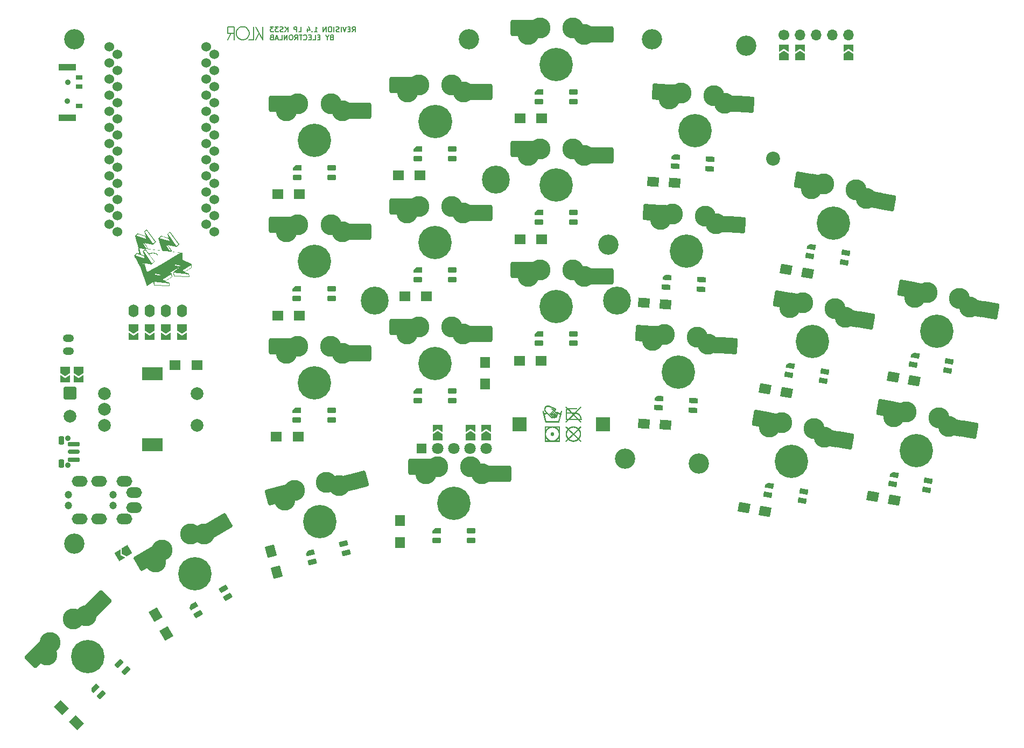
<source format=gbs>
G04 #@! TF.GenerationSoftware,KiCad,Pcbnew,8.0.4-8.0.4-0~ubuntu22.04.1*
G04 #@! TF.CreationDate,2024-08-30T01:00:22+02:00*
G04 #@! TF.ProjectId,klor1_4,6b6c6f72-315f-4342-9e6b-696361645f70,v1.4.0 LP KS33*
G04 #@! TF.SameCoordinates,Original*
G04 #@! TF.FileFunction,Soldermask,Bot*
G04 #@! TF.FilePolarity,Negative*
%FSLAX46Y46*%
G04 Gerber Fmt 4.6, Leading zero omitted, Abs format (unit mm)*
G04 Created by KiCad (PCBNEW 8.0.4-8.0.4-0~ubuntu22.04.1) date 2024-08-30 01:00:22*
%MOMM*%
%LPD*%
G01*
G04 APERTURE LIST*
G04 Aperture macros list*
%AMRoundRect*
0 Rectangle with rounded corners*
0 $1 Rounding radius*
0 $2 $3 $4 $5 $6 $7 $8 $9 X,Y pos of 4 corners*
0 Add a 4 corners polygon primitive as box body*
4,1,4,$2,$3,$4,$5,$6,$7,$8,$9,$2,$3,0*
0 Add four circle primitives for the rounded corners*
1,1,$1+$1,$2,$3*
1,1,$1+$1,$4,$5*
1,1,$1+$1,$6,$7*
1,1,$1+$1,$8,$9*
0 Add four rect primitives between the rounded corners*
20,1,$1+$1,$2,$3,$4,$5,0*
20,1,$1+$1,$4,$5,$6,$7,0*
20,1,$1+$1,$6,$7,$8,$9,0*
20,1,$1+$1,$8,$9,$2,$3,0*%
%AMRotRect*
0 Rectangle, with rotation*
0 The origin of the aperture is its center*
0 $1 length*
0 $2 width*
0 $3 Rotation angle, in degrees counterclockwise*
0 Add horizontal line*
21,1,$1,$2,0,0,$3*%
%AMFreePoly0*
4,1,18,-0.410000,0.593000,-0.403758,0.624380,-0.385983,0.650983,-0.359380,0.668758,-0.328000,0.675000,0.000000,0.675000,0.410000,0.265000,0.410000,-0.593000,0.403758,-0.624380,0.385983,-0.650983,0.359380,-0.668758,0.328000,-0.675000,-0.328000,-0.675000,-0.359380,-0.668758,-0.385983,-0.650983,-0.403758,-0.624380,-0.410000,-0.593000,-0.410000,0.593000,-0.410000,0.593000,$1*%
%AMFreePoly1*
4,1,6,1.000000,0.000000,0.500000,-0.750000,-0.500000,-0.750000,-0.500000,0.750000,0.500000,0.750000,1.000000,0.000000,1.000000,0.000000,$1*%
%AMFreePoly2*
4,1,6,0.500000,-0.750000,-0.650000,-0.750000,-0.150000,0.000000,-0.650000,0.750000,0.500000,0.750000,0.500000,-0.750000,0.500000,-0.750000,$1*%
G04 Aperture macros list end*
%ADD10C,0.150000*%
%ADD11C,0.000000*%
%ADD12C,0.000001*%
%ADD13C,1.200000*%
%ADD14O,2.500000X1.700000*%
%ADD15C,3.300000*%
%ADD16C,5.250000*%
%ADD17RoundRect,0.082000X0.651245X0.187383X0.187383X0.651245X-0.651245X-0.187383X-0.187383X-0.651245X0*%
%ADD18FreePoly0,135.000000*%
%ADD19RoundRect,0.255000X0.035355X1.477853X-1.477853X-0.035355X-0.035355X-1.477853X1.477853X0.035355X0*%
%ADD20RotRect,1.200000X2.550000X45.000000*%
%ADD21RotRect,1.200000X2.550000X225.000000*%
%ADD22RoundRect,0.082000X0.593000X-0.328000X0.593000X0.328000X-0.593000X0.328000X-0.593000X-0.328000X0*%
%ADD23FreePoly0,90.000000*%
%ADD24RoundRect,0.255000X1.070000X1.020000X-1.070000X1.020000X-1.070000X-1.020000X1.070000X-1.020000X0*%
%ADD25R,1.200000X2.550000*%
%ADD26RoundRect,0.082000X0.568675X-0.368567X0.614436X0.285835X-0.568675X0.368567X-0.614436X-0.285835X0*%
%ADD27FreePoly0,86.000000*%
%ADD28RoundRect,0.255000X1.138545X0.942876X-0.996242X1.092155X-1.138545X-0.942876X0.996242X-1.092155X0*%
%ADD29RotRect,1.200000X2.550000X356.000000*%
%ADD30RotRect,1.200000X2.550000X176.000000*%
%ADD31C,3.200000*%
%ADD32RotRect,1.800000X1.500000X350.000000*%
%ADD33R,1.800000X1.500000*%
%ADD34RotRect,1.800000X1.500000X356.000000*%
%ADD35RoundRect,0.082000X0.657687X-0.163344X0.487901X0.470303X-0.657687X0.163344X-0.487901X-0.470303X0*%
%ADD36FreePoly0,105.000000*%
%ADD37RoundRect,0.255000X0.769545X1.262181X-1.297536X0.708308X-0.769545X-1.262181X1.297536X-0.708308X0*%
%ADD38RotRect,1.200000X2.550000X15.000000*%
%ADD39RotRect,1.200000X2.550000X195.000000*%
%ADD40RoundRect,0.082000X0.527034X-0.425990X0.640948X0.220044X-0.527034X0.425990X-0.640948X-0.220044X0*%
%ADD41FreePoly0,80.000000*%
%ADD42RoundRect,0.255000X1.230865X0.818700X-0.876623X1.190307X-1.230865X-0.818700X0.876623X-1.190307X0*%
%ADD43RotRect,1.200000X2.550000X350.000000*%
%ADD44RotRect,1.200000X2.550000X170.000000*%
%ADD45RotRect,1.800000X1.500000X105.000000*%
%ADD46R,2.200000X2.200000*%
%ADD47C,2.200000*%
%ADD48C,2.000000*%
%ADD49R,3.200000X2.000000*%
%ADD50O,1.600000X2.000000*%
%ADD51RotRect,1.800000X1.500000X120.000000*%
%ADD52O,1.750000X1.200000*%
%ADD53C,0.900000*%
%ADD54RoundRect,0.187500X-0.712500X0.187500X-0.712500X-0.187500X0.712500X-0.187500X0.712500X0.187500X0*%
%ADD55RoundRect,0.150000X-0.750000X0.150000X-0.750000X-0.150000X0.750000X-0.150000X0.750000X0.150000X0*%
%ADD56RoundRect,0.225000X-0.225000X0.425000X-0.225000X-0.425000X0.225000X-0.425000X0.225000X0.425000X0*%
%ADD57C,4.400000*%
%ADD58RoundRect,0.082000X0.677553X0.012444X0.349553X0.580556X-0.677553X-0.012444X-0.349553X-0.580556X0*%
%ADD59FreePoly0,120.000000*%
%ADD60RoundRect,0.255000X0.416647X1.418346X-1.436647X0.348346X-0.416647X-1.418346X1.436647X-0.348346X0*%
%ADD61RotRect,1.200000X2.550000X30.000000*%
%ADD62RotRect,1.200000X2.550000X210.000000*%
%ADD63RotRect,1.800000X1.500000X135.000000*%
%ADD64R,1.500000X1.800000*%
%ADD65RoundRect,0.142858X-0.857142X0.857142X-0.857142X-0.857142X0.857142X-0.857142X0.857142X0.857142X0*%
%ADD66R,1.000000X0.700000*%
%ADD67R,2.800000X1.000000*%
%ADD68R,1.524000X1.524000*%
%ADD69C,1.800000*%
%ADD70C,1.524000*%
%ADD71FreePoly1,270.000000*%
%ADD72FreePoly2,270.000000*%
%ADD73FreePoly1,90.000000*%
%ADD74FreePoly2,90.000000*%
%ADD75FreePoly1,210.000000*%
%ADD76FreePoly2,210.000000*%
%ADD77C,1.700000*%
%ADD78O,1.700000X1.700000*%
G04 APERTURE END LIST*
D10*
X110814594Y-54746932D02*
X110802748Y-54590367D01*
X110768374Y-54441215D01*
X110713215Y-54301221D01*
X110610353Y-54131821D01*
X110477775Y-53985936D01*
X110319616Y-53867699D01*
X110140009Y-53781245D01*
X109993716Y-53739749D01*
X109839429Y-53720200D01*
X109786525Y-53718863D01*
X112905000Y-55809270D02*
X112905000Y-53718864D01*
X107456236Y-54781201D02*
X107456236Y-53753133D01*
X109786525Y-53718863D02*
X109629960Y-53730708D01*
X109480809Y-53765082D01*
X109340815Y-53820241D01*
X109171415Y-53923103D01*
X109025530Y-54055681D01*
X108907293Y-54213840D01*
X108820839Y-54393447D01*
X108779343Y-54539740D01*
X108759794Y-54694027D01*
X108758457Y-54746932D01*
X107936003Y-54781201D02*
X107421968Y-55809270D01*
X108484304Y-54781201D02*
X108484304Y-55809270D01*
X108758457Y-54746932D02*
X108758457Y-54746932D01*
D11*
G36*
X95694784Y-88040876D02*
G01*
X93980908Y-87695563D01*
X93988414Y-87697078D01*
X94414731Y-87783171D01*
X94906841Y-88591738D01*
X94971617Y-88698170D01*
X97083542Y-88930317D01*
X97080143Y-88915588D01*
X96866762Y-88179517D01*
X97817801Y-88179517D01*
X98258597Y-88975384D01*
X98497251Y-89001842D01*
X98021530Y-88220263D01*
X97817802Y-88178988D01*
X97817801Y-88179517D01*
X96866762Y-88179517D01*
X96529280Y-87015351D01*
X98401031Y-87623220D01*
X96529280Y-87014821D01*
X96570622Y-86977251D01*
X96706022Y-86977251D01*
X98257009Y-87481017D01*
X98123660Y-87088905D01*
X96997593Y-86712138D01*
X96997593Y-86712667D01*
X96706022Y-86977251D01*
X96570622Y-86977251D01*
X96975897Y-86608951D01*
X96975897Y-86609480D01*
X98195097Y-87017467D01*
X98352987Y-87481017D01*
X98401472Y-87623363D01*
X97964483Y-86340134D01*
X98078151Y-86340134D01*
X99373551Y-88258363D01*
X99691051Y-87958855D01*
X98334268Y-86107830D01*
X98078151Y-86340134D01*
X97964483Y-86340134D01*
X97960156Y-86327427D01*
X97959089Y-86325846D01*
X98348026Y-85972892D01*
X99803557Y-87958855D01*
X99811701Y-87969967D01*
X99358205Y-88397534D01*
X97643706Y-88051988D01*
X98078681Y-88139830D01*
X98603200Y-89001842D01*
X98665489Y-89104209D01*
X100314455Y-89285467D01*
X100314455Y-89345308D01*
X100314455Y-90441348D01*
X101778613Y-91086759D01*
X101395380Y-91326492D01*
X100109622Y-92130805D01*
X100110471Y-92131133D01*
X100141423Y-92111755D01*
X100311235Y-92111755D01*
X100697526Y-92260980D01*
X101709822Y-91640267D01*
X101693947Y-91246567D01*
X100311235Y-92111755D01*
X100141423Y-92111755D01*
X101778614Y-91086759D01*
X101800482Y-91640267D01*
X101802426Y-91689479D01*
X100707185Y-92361968D01*
X101388618Y-92625575D01*
X101405427Y-93053143D01*
X101409255Y-93150509D01*
X98938576Y-92989643D01*
X98907994Y-92468413D01*
X98998901Y-92468413D01*
X99024301Y-92903917D01*
X101314535Y-93053143D01*
X101300776Y-92707597D01*
X98998901Y-92468413D01*
X98907994Y-92468413D01*
X98902064Y-92367343D01*
X98902063Y-92367343D01*
X98902064Y-92367342D01*
X100058176Y-91443169D01*
X98390045Y-92405868D01*
X98668701Y-92528738D01*
X98690549Y-93081717D01*
X98692514Y-93131458D01*
X97597382Y-93803880D01*
X97611584Y-93809376D01*
X98278511Y-94067480D01*
X98279235Y-94067555D01*
X98296475Y-94495121D01*
X98300401Y-94592488D01*
X95829722Y-94431622D01*
X95799140Y-93910392D01*
X95889518Y-93910392D01*
X95914918Y-94345896D01*
X98205152Y-94495121D01*
X98191393Y-94149576D01*
X95889518Y-93910392D01*
X95799140Y-93910392D01*
X95798613Y-93901417D01*
X94722135Y-94522666D01*
X94396964Y-93572784D01*
X97000239Y-93572784D01*
X97000761Y-93572986D01*
X97031513Y-93553733D01*
X97201851Y-93553733D01*
X97588143Y-93702959D01*
X98599910Y-93081717D01*
X98584068Y-92688856D01*
X97201851Y-93553733D01*
X97031513Y-93553733D01*
X98668628Y-92528784D01*
X98285590Y-92768471D01*
X97000239Y-93572784D01*
X94396964Y-93572784D01*
X94080880Y-92649447D01*
X94058999Y-92583767D01*
X95998026Y-92583767D01*
X95998026Y-92584296D01*
X96007534Y-92738809D01*
X96788572Y-92896525D01*
X96948872Y-92768471D01*
X95998026Y-92583767D01*
X94058999Y-92583767D01*
X93805976Y-91824261D01*
X94488953Y-91824261D01*
X94722135Y-92528784D01*
X94722135Y-92512867D01*
X94497532Y-91836967D01*
X94488953Y-91824261D01*
X93805976Y-91824261D01*
X93739895Y-91625904D01*
X93734222Y-91614338D01*
X93336502Y-90915309D01*
X93984518Y-90915309D01*
X94352819Y-91460351D01*
X94203065Y-90959229D01*
X94202536Y-90959229D01*
X93984519Y-90915309D01*
X93984518Y-90915309D01*
X93336502Y-90915309D01*
X93316795Y-90880672D01*
X94272707Y-90880672D01*
X94272850Y-90881102D01*
X94274503Y-90881442D01*
X94288779Y-90929232D01*
X94464561Y-91460351D01*
X94773502Y-92393804D01*
X96932440Y-91141788D01*
X99107397Y-91141788D01*
X99107397Y-91142317D01*
X99116905Y-91296830D01*
X99897943Y-91454546D01*
X100058243Y-91326492D01*
X99107397Y-91141788D01*
X96932440Y-91141788D01*
X100030235Y-89345308D01*
X94516009Y-88739054D01*
X95060702Y-89482246D01*
X95082314Y-89463884D01*
X95113748Y-89440765D01*
X95147680Y-89419036D01*
X95183959Y-89398748D01*
X95222434Y-89379952D01*
X95262954Y-89362701D01*
X95305369Y-89347046D01*
X95349527Y-89333039D01*
X95395278Y-89320731D01*
X95442471Y-89310175D01*
X95490956Y-89301421D01*
X95540580Y-89294522D01*
X95591195Y-89289528D01*
X95642648Y-89286493D01*
X95694789Y-89285467D01*
X95732236Y-89285996D01*
X95769428Y-89287571D01*
X95806304Y-89290179D01*
X95842803Y-89293804D01*
X95878861Y-89298431D01*
X95914417Y-89304047D01*
X95949410Y-89310636D01*
X95983777Y-89318185D01*
X96017456Y-89326677D01*
X96050386Y-89336100D01*
X96082505Y-89346438D01*
X96113750Y-89357676D01*
X96144060Y-89369800D01*
X96173373Y-89382796D01*
X96201627Y-89396649D01*
X96228760Y-89411344D01*
X96254580Y-89426786D01*
X96278920Y-89442865D01*
X96301754Y-89459547D01*
X96323056Y-89476797D01*
X96342801Y-89494578D01*
X96360963Y-89512856D01*
X96377517Y-89531595D01*
X96392436Y-89550761D01*
X96405696Y-89570318D01*
X96417270Y-89590231D01*
X96427133Y-89610464D01*
X96435259Y-89630983D01*
X96441623Y-89651752D01*
X96444136Y-89662220D01*
X96446199Y-89672736D01*
X96447809Y-89683298D01*
X96448962Y-89693900D01*
X96449655Y-89704538D01*
X96449885Y-89715208D01*
X96449504Y-89724897D01*
X96448740Y-89734576D01*
X96447594Y-89744239D01*
X96446065Y-89753884D01*
X96444154Y-89763507D01*
X96441862Y-89773104D01*
X96439190Y-89782672D01*
X96436138Y-89792207D01*
X96430775Y-89772291D01*
X96423859Y-89752711D01*
X96415428Y-89733485D01*
X96405523Y-89714634D01*
X96394180Y-89696176D01*
X96381441Y-89678131D01*
X96367343Y-89660518D01*
X96351925Y-89643358D01*
X96335227Y-89626669D01*
X96317287Y-89610471D01*
X96298145Y-89594783D01*
X96277839Y-89579626D01*
X96256409Y-89565017D01*
X96233892Y-89550978D01*
X96210329Y-89537527D01*
X96185758Y-89524684D01*
X96160218Y-89512468D01*
X96133749Y-89500899D01*
X96106388Y-89489997D01*
X96078175Y-89479780D01*
X96049150Y-89470268D01*
X96019350Y-89461481D01*
X95988815Y-89453438D01*
X95957584Y-89446159D01*
X95925695Y-89439664D01*
X95893189Y-89433971D01*
X95860103Y-89429100D01*
X95826477Y-89425070D01*
X95792349Y-89421902D01*
X95757759Y-89419614D01*
X95722745Y-89418227D01*
X95687347Y-89417759D01*
X95642932Y-89418561D01*
X95598947Y-89420829D01*
X95555492Y-89424534D01*
X95512665Y-89429649D01*
X95470564Y-89436145D01*
X95429290Y-89443994D01*
X95388939Y-89453168D01*
X95349612Y-89463637D01*
X95311406Y-89475375D01*
X95274420Y-89488352D01*
X95238754Y-89502541D01*
X95204505Y-89517913D01*
X95171773Y-89534441D01*
X95140656Y-89552094D01*
X95121056Y-89564595D01*
X95945403Y-90689354D01*
X95953547Y-90700467D01*
X95500051Y-91128034D01*
X94272707Y-90880672D01*
X93316795Y-90880672D01*
X93304998Y-90859938D01*
X94169835Y-90859938D01*
X94169889Y-90860103D01*
X94173246Y-90860781D01*
X94173191Y-90860615D01*
X94169835Y-90859938D01*
X93304998Y-90859938D01*
X92925187Y-90192387D01*
X94044909Y-90192387D01*
X94044910Y-90192389D01*
X94543317Y-90354392D01*
X94543317Y-90354391D01*
X94044909Y-90192387D01*
X92925187Y-90192387D01*
X92905307Y-90157446D01*
X93937412Y-90157446D01*
X93937413Y-90157448D01*
X93939746Y-90158206D01*
X93939745Y-90158204D01*
X93937412Y-90157446D01*
X92905307Y-90157446D01*
X92671126Y-89745851D01*
X93464380Y-90003692D01*
X93464380Y-90003691D01*
X92671126Y-89745850D01*
X92713051Y-89707750D01*
X92847870Y-89707750D01*
X94234725Y-90158206D01*
X94398857Y-90211517D01*
X94265507Y-89819404D01*
X93139440Y-89442637D01*
X93139440Y-89443167D01*
X92847870Y-89707750D01*
X92713051Y-89707750D01*
X93117744Y-89339979D01*
X93117744Y-89340508D01*
X93442131Y-89449060D01*
X93397151Y-88525100D01*
X93735395Y-89547196D01*
X93736870Y-89547690D01*
X93432139Y-88630417D01*
X93527894Y-88630417D01*
X93843305Y-89583307D01*
X94336944Y-89748496D01*
X94494654Y-90211517D01*
X94540242Y-90345360D01*
X94106326Y-89070634D01*
X94220527Y-89070634D01*
X95081362Y-90345360D01*
X95087462Y-90354392D01*
X95429431Y-90860781D01*
X95515926Y-90988863D01*
X95833426Y-90689354D01*
X94476643Y-88838329D01*
X94220527Y-89070634D01*
X94106326Y-89070634D01*
X94101999Y-89057922D01*
X94100935Y-89056346D01*
X94457645Y-88732637D01*
X93527894Y-88630417D01*
X93432139Y-88630417D01*
X93397151Y-88525100D01*
X93420968Y-88527718D01*
X93397143Y-88525063D01*
X93197038Y-87822330D01*
X94154381Y-87822330D01*
X94154381Y-87822859D01*
X94565014Y-88564221D01*
X94801022Y-88591738D01*
X94358110Y-87863605D01*
X94154381Y-87822330D01*
X93197038Y-87822330D01*
X93160875Y-87695330D01*
X93979754Y-87695330D01*
X93980724Y-87697078D01*
X93979756Y-87695330D01*
X93979754Y-87695330D01*
X93160875Y-87695330D01*
X92860567Y-86640701D01*
X94738051Y-87266705D01*
X94738050Y-87266704D01*
X92860568Y-86640701D01*
X92901258Y-86605776D01*
X93041015Y-86605776D01*
X94593060Y-87123301D01*
X94460240Y-86732775D01*
X93332586Y-86355480D01*
X93332585Y-86355480D01*
X93041015Y-86605776D01*
X92901258Y-86605776D01*
X93312477Y-86252821D01*
X94531446Y-86660732D01*
X94295667Y-85969189D01*
X95075098Y-87123301D01*
X95694784Y-88040876D01*
G37*
D10*
X107456236Y-53753133D02*
X108484304Y-53753133D01*
D11*
G36*
X96148281Y-87613309D02*
G01*
X95694785Y-88040876D01*
X94305318Y-85983476D01*
X94414731Y-85983476D01*
X95710131Y-87901705D01*
X96027631Y-87602196D01*
X94670848Y-85751171D01*
X94414731Y-85983476D01*
X94305318Y-85983476D01*
X94295669Y-85969188D01*
X94684606Y-85616234D01*
X96140136Y-87602196D01*
X96148281Y-87613309D01*
G37*
D10*
X111534242Y-55775001D02*
X111534242Y-53718864D01*
D12*
X158468562Y-117585385D02*
X158480532Y-117586297D01*
X158492309Y-117587798D01*
X158503880Y-117589872D01*
X158515231Y-117592504D01*
X158526349Y-117595678D01*
X158537221Y-117599379D01*
X158547832Y-117603592D01*
X158558170Y-117608300D01*
X158568220Y-117613489D01*
X158577969Y-117619143D01*
X158587404Y-117625247D01*
X158596511Y-117631784D01*
X158605276Y-117638740D01*
X158613686Y-117646098D01*
X158621727Y-117653844D01*
X158629386Y-117661962D01*
X158636649Y-117670437D01*
X158643503Y-117679252D01*
X158649934Y-117688393D01*
X158655928Y-117697843D01*
X158661472Y-117707589D01*
X158666553Y-117717613D01*
X158671156Y-117727900D01*
X158675268Y-117738436D01*
X158678876Y-117749204D01*
X158681967Y-117760189D01*
X158684525Y-117771375D01*
X158686539Y-117782747D01*
X158687994Y-117794290D01*
X158688878Y-117805988D01*
X158689175Y-117817825D01*
X158688878Y-117829973D01*
X158687994Y-117841942D01*
X158686539Y-117853718D01*
X158684525Y-117865288D01*
X158681967Y-117876639D01*
X158678876Y-117887757D01*
X158675268Y-117898628D01*
X158671156Y-117909238D01*
X158666553Y-117919575D01*
X158661472Y-117929625D01*
X158655928Y-117939374D01*
X158649934Y-117948808D01*
X158643503Y-117957914D01*
X158636649Y-117966679D01*
X158629386Y-117975088D01*
X158621727Y-117983129D01*
X158613686Y-117990788D01*
X158605276Y-117998050D01*
X158596511Y-118004904D01*
X158587404Y-118011334D01*
X158577969Y-118017328D01*
X158568220Y-118022872D01*
X158558170Y-118027952D01*
X158547832Y-118032555D01*
X158537221Y-118036667D01*
X158526349Y-118040275D01*
X158515231Y-118043365D01*
X158503880Y-118045924D01*
X158492309Y-118047937D01*
X158480532Y-118049393D01*
X158468562Y-118050276D01*
X158456414Y-118050573D01*
X158444266Y-118050276D01*
X158432296Y-118049393D01*
X158420519Y-118047937D01*
X158408949Y-118045924D01*
X158397597Y-118043365D01*
X158386479Y-118040275D01*
X158375607Y-118036667D01*
X158364996Y-118032555D01*
X158354658Y-118027952D01*
X158344608Y-118022872D01*
X158334859Y-118017328D01*
X158325424Y-118011334D01*
X158316317Y-118004904D01*
X158307552Y-117998050D01*
X158299142Y-117990788D01*
X158291101Y-117983129D01*
X158283442Y-117975088D01*
X158276179Y-117966679D01*
X158269325Y-117957914D01*
X158262894Y-117948808D01*
X158256900Y-117939374D01*
X158251356Y-117929625D01*
X158246276Y-117919575D01*
X158241672Y-117909238D01*
X158237560Y-117898628D01*
X158233952Y-117887757D01*
X158230861Y-117876639D01*
X158228303Y-117865288D01*
X158226289Y-117853718D01*
X158224834Y-117841942D01*
X158223950Y-117829973D01*
X158223653Y-117817825D01*
X158223950Y-117805678D01*
X158224834Y-117793709D01*
X158226289Y-117781933D01*
X158228303Y-117770363D01*
X158230861Y-117759012D01*
X158233952Y-117747894D01*
X158237560Y-117737023D01*
X158241672Y-117726412D01*
X158246276Y-117716075D01*
X158251356Y-117706026D01*
X158256900Y-117696277D01*
X158262894Y-117686843D01*
X158269325Y-117677737D01*
X158276179Y-117668972D01*
X158283442Y-117660563D01*
X158291101Y-117652522D01*
X158299142Y-117644863D01*
X158307552Y-117637600D01*
X158316317Y-117630747D01*
X158325424Y-117624317D01*
X158334859Y-117618323D01*
X158344608Y-117612779D01*
X158354658Y-117607699D01*
X158364996Y-117603096D01*
X158375607Y-117598984D01*
X158386479Y-117595376D01*
X158397597Y-117592286D01*
X158408949Y-117589727D01*
X158420519Y-117587713D01*
X158432296Y-117586258D01*
X158444266Y-117585375D01*
X158456414Y-117585078D01*
X158468562Y-117585385D01*
G36*
X158468562Y-117585385D02*
G01*
X158480532Y-117586297D01*
X158492309Y-117587798D01*
X158503880Y-117589872D01*
X158515231Y-117592504D01*
X158526349Y-117595678D01*
X158537221Y-117599379D01*
X158547832Y-117603592D01*
X158558170Y-117608300D01*
X158568220Y-117613489D01*
X158577969Y-117619143D01*
X158587404Y-117625247D01*
X158596511Y-117631784D01*
X158605276Y-117638740D01*
X158613686Y-117646098D01*
X158621727Y-117653844D01*
X158629386Y-117661962D01*
X158636649Y-117670437D01*
X158643503Y-117679252D01*
X158649934Y-117688393D01*
X158655928Y-117697843D01*
X158661472Y-117707589D01*
X158666553Y-117717613D01*
X158671156Y-117727900D01*
X158675268Y-117738436D01*
X158678876Y-117749204D01*
X158681967Y-117760189D01*
X158684525Y-117771375D01*
X158686539Y-117782747D01*
X158687994Y-117794290D01*
X158688878Y-117805988D01*
X158689175Y-117817825D01*
X158688878Y-117829973D01*
X158687994Y-117841942D01*
X158686539Y-117853718D01*
X158684525Y-117865288D01*
X158681967Y-117876639D01*
X158678876Y-117887757D01*
X158675268Y-117898628D01*
X158671156Y-117909238D01*
X158666553Y-117919575D01*
X158661472Y-117929625D01*
X158655928Y-117939374D01*
X158649934Y-117948808D01*
X158643503Y-117957914D01*
X158636649Y-117966679D01*
X158629386Y-117975088D01*
X158621727Y-117983129D01*
X158613686Y-117990788D01*
X158605276Y-117998050D01*
X158596511Y-118004904D01*
X158587404Y-118011334D01*
X158577969Y-118017328D01*
X158568220Y-118022872D01*
X158558170Y-118027952D01*
X158547832Y-118032555D01*
X158537221Y-118036667D01*
X158526349Y-118040275D01*
X158515231Y-118043365D01*
X158503880Y-118045924D01*
X158492309Y-118047937D01*
X158480532Y-118049393D01*
X158468562Y-118050276D01*
X158456414Y-118050573D01*
X158444266Y-118050276D01*
X158432296Y-118049393D01*
X158420519Y-118047937D01*
X158408949Y-118045924D01*
X158397597Y-118043365D01*
X158386479Y-118040275D01*
X158375607Y-118036667D01*
X158364996Y-118032555D01*
X158354658Y-118027952D01*
X158344608Y-118022872D01*
X158334859Y-118017328D01*
X158325424Y-118011334D01*
X158316317Y-118004904D01*
X158307552Y-117998050D01*
X158299142Y-117990788D01*
X158291101Y-117983129D01*
X158283442Y-117975088D01*
X158276179Y-117966679D01*
X158269325Y-117957914D01*
X158262894Y-117948808D01*
X158256900Y-117939374D01*
X158251356Y-117929625D01*
X158246276Y-117919575D01*
X158241672Y-117909238D01*
X158237560Y-117898628D01*
X158233952Y-117887757D01*
X158230861Y-117876639D01*
X158228303Y-117865288D01*
X158226289Y-117853718D01*
X158224834Y-117841942D01*
X158223950Y-117829973D01*
X158223653Y-117817825D01*
X158223950Y-117805678D01*
X158224834Y-117793709D01*
X158226289Y-117781933D01*
X158228303Y-117770363D01*
X158230861Y-117759012D01*
X158233952Y-117747894D01*
X158237560Y-117737023D01*
X158241672Y-117726412D01*
X158246276Y-117716075D01*
X158251356Y-117706026D01*
X158256900Y-117696277D01*
X158262894Y-117686843D01*
X158269325Y-117677737D01*
X158276179Y-117668972D01*
X158283442Y-117660563D01*
X158291101Y-117652522D01*
X158299142Y-117644863D01*
X158307552Y-117637600D01*
X158316317Y-117630747D01*
X158325424Y-117624317D01*
X158334859Y-117618323D01*
X158344608Y-117612779D01*
X158354658Y-117607699D01*
X158364996Y-117603096D01*
X158375607Y-117598984D01*
X158386479Y-117595376D01*
X158397597Y-117592286D01*
X158408949Y-117589727D01*
X158420519Y-117587713D01*
X158432296Y-117586258D01*
X158444266Y-117585375D01*
X158456414Y-117585078D01*
X158468562Y-117585385D01*
G37*
D10*
X108758457Y-54746932D02*
X108770302Y-54903496D01*
X108804676Y-55052647D01*
X108859835Y-55192641D01*
X108962697Y-55362041D01*
X109095275Y-55507926D01*
X109253434Y-55626163D01*
X109433040Y-55712617D01*
X109579333Y-55754113D01*
X109733620Y-55773662D01*
X109786525Y-55775000D01*
D12*
X159627273Y-117817825D02*
X159627273Y-118350324D01*
X159627273Y-118992143D01*
X157282029Y-118992143D01*
X157282029Y-118861663D01*
X157412516Y-118861663D01*
X157923885Y-118861663D01*
X157883349Y-118839726D01*
X157843763Y-118816260D01*
X157805170Y-118791306D01*
X157767609Y-118764906D01*
X157731123Y-118737100D01*
X157695753Y-118707931D01*
X157661540Y-118677439D01*
X157628526Y-118645667D01*
X157596751Y-118612654D01*
X157566258Y-118578443D01*
X157537087Y-118543075D01*
X157509280Y-118506591D01*
X157482878Y-118469033D01*
X157457922Y-118430441D01*
X157434455Y-118390858D01*
X157412516Y-118350324D01*
X157412516Y-118861663D01*
X157282029Y-118861663D01*
X157282029Y-117817825D01*
X157412516Y-117817825D01*
X157413879Y-117871393D01*
X157417924Y-117924275D01*
X157424585Y-117976404D01*
X157433794Y-118027713D01*
X157445485Y-118078136D01*
X157459592Y-118127607D01*
X157476048Y-118176059D01*
X157494787Y-118223426D01*
X157515742Y-118269640D01*
X157538847Y-118314636D01*
X157564036Y-118358347D01*
X157591241Y-118400707D01*
X157620396Y-118441649D01*
X157651434Y-118481106D01*
X157684290Y-118519012D01*
X157718897Y-118555301D01*
X157755187Y-118589905D01*
X157793096Y-118622759D01*
X157832555Y-118653796D01*
X157873499Y-118682949D01*
X157915861Y-118710153D01*
X157959575Y-118735340D01*
X158004573Y-118758443D01*
X158050791Y-118779397D01*
X158098160Y-118798135D01*
X158146614Y-118814591D01*
X158196088Y-118828697D01*
X158246514Y-118840387D01*
X158297827Y-118849596D01*
X158349958Y-118856256D01*
X158402843Y-118860300D01*
X158456414Y-118861663D01*
X158988943Y-118861663D01*
X159500312Y-118861663D01*
X159500312Y-118350324D01*
X159478374Y-118390858D01*
X159454906Y-118430441D01*
X159429951Y-118469033D01*
X159403549Y-118506591D01*
X159375742Y-118543075D01*
X159346571Y-118578443D01*
X159316077Y-118612654D01*
X159284303Y-118645667D01*
X159251288Y-118677439D01*
X159217076Y-118707931D01*
X159181705Y-118737100D01*
X159145219Y-118764906D01*
X159107659Y-118791306D01*
X159069065Y-118816260D01*
X159029480Y-118839726D01*
X158988943Y-118861663D01*
X158456414Y-118861663D01*
X158509985Y-118860300D01*
X158562870Y-118856256D01*
X158615001Y-118849596D01*
X158666314Y-118840387D01*
X158716740Y-118828697D01*
X158766214Y-118814591D01*
X158814668Y-118798135D01*
X158862038Y-118779397D01*
X158908255Y-118758443D01*
X158953254Y-118735340D01*
X158996967Y-118710153D01*
X159039329Y-118682949D01*
X159080273Y-118653796D01*
X159119733Y-118622759D01*
X159157641Y-118589905D01*
X159193932Y-118555301D01*
X159228538Y-118519012D01*
X159261394Y-118481106D01*
X159292433Y-118441649D01*
X159321588Y-118400707D01*
X159348793Y-118358347D01*
X159373981Y-118314636D01*
X159397086Y-118269640D01*
X159418041Y-118223426D01*
X159436780Y-118176059D01*
X159453237Y-118127607D01*
X159467344Y-118078136D01*
X159479035Y-118027713D01*
X159488244Y-117976404D01*
X159494904Y-117924275D01*
X159498949Y-117871393D01*
X159500312Y-117817825D01*
X159498949Y-117764257D01*
X159494904Y-117711376D01*
X159488244Y-117659247D01*
X159479035Y-117607938D01*
X159467344Y-117557515D01*
X159453237Y-117508044D01*
X159436780Y-117459592D01*
X159418041Y-117412225D01*
X159397086Y-117366011D01*
X159373981Y-117321014D01*
X159348793Y-117277303D01*
X159321588Y-117234944D01*
X159292433Y-117194002D01*
X159261394Y-117154545D01*
X159228538Y-117116639D01*
X159193932Y-117080350D01*
X159157641Y-117045746D01*
X159119733Y-117012892D01*
X159080273Y-116981855D01*
X159039329Y-116952701D01*
X158996967Y-116925498D01*
X158953254Y-116900311D01*
X158908255Y-116877208D01*
X158862038Y-116856254D01*
X158814668Y-116837516D01*
X158766214Y-116821060D01*
X158716740Y-116806954D01*
X158666314Y-116795263D01*
X158615001Y-116786055D01*
X158562870Y-116779395D01*
X158509985Y-116775350D01*
X158456414Y-116773987D01*
X158988943Y-116773987D01*
X159029480Y-116795925D01*
X159069065Y-116819391D01*
X159107659Y-116844345D01*
X159145219Y-116870745D01*
X159181705Y-116898550D01*
X159217076Y-116927720D01*
X159251288Y-116958211D01*
X159284303Y-116989984D01*
X159316077Y-117022997D01*
X159346571Y-117057208D01*
X159375742Y-117092576D01*
X159403549Y-117129060D01*
X159429951Y-117166618D01*
X159454906Y-117205210D01*
X159478374Y-117244793D01*
X159500312Y-117285327D01*
X159500312Y-116773987D01*
X158988943Y-116773987D01*
X158456414Y-116773987D01*
X158402843Y-116775350D01*
X158349958Y-116779395D01*
X158297827Y-116786055D01*
X158246514Y-116795263D01*
X158196088Y-116806954D01*
X158146614Y-116821060D01*
X158098160Y-116837516D01*
X158050791Y-116856254D01*
X158004573Y-116877208D01*
X157959575Y-116900311D01*
X157915861Y-116925498D01*
X157873499Y-116952701D01*
X157832555Y-116981855D01*
X157793096Y-117012892D01*
X157755187Y-117045746D01*
X157718897Y-117080350D01*
X157684290Y-117116639D01*
X157651434Y-117154545D01*
X157620396Y-117194002D01*
X157591241Y-117234944D01*
X157564036Y-117277303D01*
X157538847Y-117321014D01*
X157515742Y-117366011D01*
X157494787Y-117412225D01*
X157476048Y-117459592D01*
X157459592Y-117508044D01*
X157445485Y-117557515D01*
X157433794Y-117607938D01*
X157424585Y-117659247D01*
X157417924Y-117711376D01*
X157413879Y-117764257D01*
X157412516Y-117817825D01*
X157282029Y-117817825D01*
X157282029Y-117285327D01*
X157412516Y-117285327D01*
X157434455Y-117244793D01*
X157457922Y-117205210D01*
X157482878Y-117166618D01*
X157509280Y-117129060D01*
X157537087Y-117092576D01*
X157566258Y-117057208D01*
X157596751Y-117022997D01*
X157628526Y-116989984D01*
X157661540Y-116958211D01*
X157695753Y-116927720D01*
X157731123Y-116898550D01*
X157767609Y-116870745D01*
X157805170Y-116844345D01*
X157843763Y-116819391D01*
X157883349Y-116795925D01*
X157923885Y-116773987D01*
X157412516Y-116773987D01*
X157412516Y-117285327D01*
X157282029Y-117285327D01*
X157282029Y-116647034D01*
X159627273Y-116647034D01*
X159627273Y-117285327D01*
X159627273Y-117817825D01*
G36*
X159627273Y-117817825D02*
G01*
X159627273Y-118350324D01*
X159627273Y-118992143D01*
X157282029Y-118992143D01*
X157282029Y-118861663D01*
X157412516Y-118861663D01*
X157923885Y-118861663D01*
X157883349Y-118839726D01*
X157843763Y-118816260D01*
X157805170Y-118791306D01*
X157767609Y-118764906D01*
X157731123Y-118737100D01*
X157695753Y-118707931D01*
X157661540Y-118677439D01*
X157628526Y-118645667D01*
X157596751Y-118612654D01*
X157566258Y-118578443D01*
X157537087Y-118543075D01*
X157509280Y-118506591D01*
X157482878Y-118469033D01*
X157457922Y-118430441D01*
X157434455Y-118390858D01*
X157412516Y-118350324D01*
X157412516Y-118861663D01*
X157282029Y-118861663D01*
X157282029Y-117817825D01*
X157412516Y-117817825D01*
X157413879Y-117871393D01*
X157417924Y-117924275D01*
X157424585Y-117976404D01*
X157433794Y-118027713D01*
X157445485Y-118078136D01*
X157459592Y-118127607D01*
X157476048Y-118176059D01*
X157494787Y-118223426D01*
X157515742Y-118269640D01*
X157538847Y-118314636D01*
X157564036Y-118358347D01*
X157591241Y-118400707D01*
X157620396Y-118441649D01*
X157651434Y-118481106D01*
X157684290Y-118519012D01*
X157718897Y-118555301D01*
X157755187Y-118589905D01*
X157793096Y-118622759D01*
X157832555Y-118653796D01*
X157873499Y-118682949D01*
X157915861Y-118710153D01*
X157959575Y-118735340D01*
X158004573Y-118758443D01*
X158050791Y-118779397D01*
X158098160Y-118798135D01*
X158146614Y-118814591D01*
X158196088Y-118828697D01*
X158246514Y-118840387D01*
X158297827Y-118849596D01*
X158349958Y-118856256D01*
X158402843Y-118860300D01*
X158456414Y-118861663D01*
X158988943Y-118861663D01*
X159500312Y-118861663D01*
X159500312Y-118350324D01*
X159478374Y-118390858D01*
X159454906Y-118430441D01*
X159429951Y-118469033D01*
X159403549Y-118506591D01*
X159375742Y-118543075D01*
X159346571Y-118578443D01*
X159316077Y-118612654D01*
X159284303Y-118645667D01*
X159251288Y-118677439D01*
X159217076Y-118707931D01*
X159181705Y-118737100D01*
X159145219Y-118764906D01*
X159107659Y-118791306D01*
X159069065Y-118816260D01*
X159029480Y-118839726D01*
X158988943Y-118861663D01*
X158456414Y-118861663D01*
X158509985Y-118860300D01*
X158562870Y-118856256D01*
X158615001Y-118849596D01*
X158666314Y-118840387D01*
X158716740Y-118828697D01*
X158766214Y-118814591D01*
X158814668Y-118798135D01*
X158862038Y-118779397D01*
X158908255Y-118758443D01*
X158953254Y-118735340D01*
X158996967Y-118710153D01*
X159039329Y-118682949D01*
X159080273Y-118653796D01*
X159119733Y-118622759D01*
X159157641Y-118589905D01*
X159193932Y-118555301D01*
X159228538Y-118519012D01*
X159261394Y-118481106D01*
X159292433Y-118441649D01*
X159321588Y-118400707D01*
X159348793Y-118358347D01*
X159373981Y-118314636D01*
X159397086Y-118269640D01*
X159418041Y-118223426D01*
X159436780Y-118176059D01*
X159453237Y-118127607D01*
X159467344Y-118078136D01*
X159479035Y-118027713D01*
X159488244Y-117976404D01*
X159494904Y-117924275D01*
X159498949Y-117871393D01*
X159500312Y-117817825D01*
X159498949Y-117764257D01*
X159494904Y-117711376D01*
X159488244Y-117659247D01*
X159479035Y-117607938D01*
X159467344Y-117557515D01*
X159453237Y-117508044D01*
X159436780Y-117459592D01*
X159418041Y-117412225D01*
X159397086Y-117366011D01*
X159373981Y-117321014D01*
X159348793Y-117277303D01*
X159321588Y-117234944D01*
X159292433Y-117194002D01*
X159261394Y-117154545D01*
X159228538Y-117116639D01*
X159193932Y-117080350D01*
X159157641Y-117045746D01*
X159119733Y-117012892D01*
X159080273Y-116981855D01*
X159039329Y-116952701D01*
X158996967Y-116925498D01*
X158953254Y-116900311D01*
X158908255Y-116877208D01*
X158862038Y-116856254D01*
X158814668Y-116837516D01*
X158766214Y-116821060D01*
X158716740Y-116806954D01*
X158666314Y-116795263D01*
X158615001Y-116786055D01*
X158562870Y-116779395D01*
X158509985Y-116775350D01*
X158456414Y-116773987D01*
X158988943Y-116773987D01*
X159029480Y-116795925D01*
X159069065Y-116819391D01*
X159107659Y-116844345D01*
X159145219Y-116870745D01*
X159181705Y-116898550D01*
X159217076Y-116927720D01*
X159251288Y-116958211D01*
X159284303Y-116989984D01*
X159316077Y-117022997D01*
X159346571Y-117057208D01*
X159375742Y-117092576D01*
X159403549Y-117129060D01*
X159429951Y-117166618D01*
X159454906Y-117205210D01*
X159478374Y-117244793D01*
X159500312Y-117285327D01*
X159500312Y-116773987D01*
X158988943Y-116773987D01*
X158456414Y-116773987D01*
X158402843Y-116775350D01*
X158349958Y-116779395D01*
X158297827Y-116786055D01*
X158246514Y-116795263D01*
X158196088Y-116806954D01*
X158146614Y-116821060D01*
X158098160Y-116837516D01*
X158050791Y-116856254D01*
X158004573Y-116877208D01*
X157959575Y-116900311D01*
X157915861Y-116925498D01*
X157873499Y-116952701D01*
X157832555Y-116981855D01*
X157793096Y-117012892D01*
X157755187Y-117045746D01*
X157718897Y-117080350D01*
X157684290Y-117116639D01*
X157651434Y-117154545D01*
X157620396Y-117194002D01*
X157591241Y-117234944D01*
X157564036Y-117277303D01*
X157538847Y-117321014D01*
X157515742Y-117366011D01*
X157494787Y-117412225D01*
X157476048Y-117459592D01*
X157459592Y-117508044D01*
X157445485Y-117557515D01*
X157433794Y-117607938D01*
X157424585Y-117659247D01*
X157417924Y-117711376D01*
X157413879Y-117764257D01*
X157412516Y-117817825D01*
X157282029Y-117817825D01*
X157282029Y-117285327D01*
X157412516Y-117285327D01*
X157434455Y-117244793D01*
X157457922Y-117205210D01*
X157482878Y-117166618D01*
X157509280Y-117129060D01*
X157537087Y-117092576D01*
X157566258Y-117057208D01*
X157596751Y-117022997D01*
X157628526Y-116989984D01*
X157661540Y-116958211D01*
X157695753Y-116927720D01*
X157731123Y-116898550D01*
X157767609Y-116870745D01*
X157805170Y-116844345D01*
X157843763Y-116819391D01*
X157883349Y-116795925D01*
X157923885Y-116773987D01*
X157412516Y-116773987D01*
X157412516Y-117285327D01*
X157282029Y-117285327D01*
X157282029Y-116647034D01*
X159627273Y-116647034D01*
X159627273Y-117285327D01*
X159627273Y-117817825D01*
G37*
X157005507Y-114182081D02*
X157003421Y-114182025D01*
X157006949Y-114182025D01*
X157005507Y-114182081D01*
G36*
X157005507Y-114182081D02*
G01*
X157003421Y-114182025D01*
X157006949Y-114182025D01*
X157005507Y-114182081D01*
G37*
D10*
X109786525Y-55775000D02*
X109943089Y-55763154D01*
X110092241Y-55728780D01*
X110232235Y-55673621D01*
X110401635Y-55570759D01*
X110547520Y-55438181D01*
X110665757Y-55280022D01*
X110752211Y-55100416D01*
X110793707Y-54954123D01*
X110813256Y-54799836D01*
X110814594Y-54746932D01*
D12*
X162635532Y-117038473D02*
X162669701Y-117078220D01*
X162702078Y-117119403D01*
X162732605Y-117161971D01*
X162761225Y-117205871D01*
X162787883Y-117251052D01*
X162812521Y-117297463D01*
X162835082Y-117345051D01*
X162855509Y-117393766D01*
X162873746Y-117443555D01*
X162889736Y-117494367D01*
X162903422Y-117546150D01*
X162914746Y-117598853D01*
X162923653Y-117652424D01*
X162930086Y-117706810D01*
X162933987Y-117761961D01*
X162935300Y-117817825D01*
X162935300Y-117817826D01*
X162933987Y-117873728D01*
X162930086Y-117928985D01*
X162923653Y-117983530D01*
X162914746Y-118037294D01*
X162903422Y-118090211D01*
X162889736Y-118142213D01*
X162873746Y-118193235D01*
X162855509Y-118243207D01*
X162835082Y-118292064D01*
X162812521Y-118339738D01*
X162787883Y-118386161D01*
X162761225Y-118431268D01*
X162732605Y-118474990D01*
X162702078Y-118517260D01*
X162669701Y-118558012D01*
X162635532Y-118597178D01*
X162967040Y-118928666D01*
X162875347Y-119020355D01*
X162543839Y-118688866D01*
X162504089Y-118723033D01*
X162462904Y-118755408D01*
X162420334Y-118785933D01*
X162376431Y-118814552D01*
X162331248Y-118841208D01*
X162284834Y-118865844D01*
X162237243Y-118888404D01*
X162188525Y-118908830D01*
X162138733Y-118927066D01*
X162087919Y-118943055D01*
X162036132Y-118956740D01*
X161983427Y-118968064D01*
X161929853Y-118976971D01*
X161875463Y-118983403D01*
X161820309Y-118987304D01*
X161764442Y-118988617D01*
X161708536Y-118987304D01*
X161653276Y-118983403D01*
X161598728Y-118976971D01*
X161544961Y-118968064D01*
X161492041Y-118956740D01*
X161440035Y-118943055D01*
X161389011Y-118927066D01*
X161339036Y-118908830D01*
X161290176Y-118888404D01*
X161242500Y-118865845D01*
X161196074Y-118841208D01*
X161150965Y-118814552D01*
X161107240Y-118785933D01*
X161064967Y-118755408D01*
X161024213Y-118723033D01*
X160985045Y-118688866D01*
X160653537Y-119020355D01*
X160561843Y-118928666D01*
X160893352Y-118597178D01*
X161073212Y-118597178D01*
X161108290Y-118626841D01*
X161144710Y-118654965D01*
X161182412Y-118681498D01*
X161221333Y-118706388D01*
X161261411Y-118729584D01*
X161302584Y-118751034D01*
X161344791Y-118770686D01*
X161387969Y-118788489D01*
X161432056Y-118804391D01*
X161476990Y-118818340D01*
X161522709Y-118830285D01*
X161569152Y-118840174D01*
X161616256Y-118847956D01*
X161663959Y-118853578D01*
X161712199Y-118856989D01*
X161760915Y-118858137D01*
X161764442Y-118858137D01*
X161813739Y-118856989D01*
X161862411Y-118853578D01*
X161910411Y-118847956D01*
X161957693Y-118840174D01*
X162004211Y-118830285D01*
X162049917Y-118818340D01*
X162094766Y-118804391D01*
X162138711Y-118788489D01*
X162181705Y-118770686D01*
X162223703Y-118751034D01*
X162264656Y-118729584D01*
X162304520Y-118706388D01*
X162343247Y-118681498D01*
X162380792Y-118654965D01*
X162417106Y-118626841D01*
X162452145Y-118597178D01*
X161764442Y-117909514D01*
X161073212Y-118597178D01*
X160893352Y-118597178D01*
X160859183Y-118557431D01*
X160826806Y-118516248D01*
X160796279Y-118473680D01*
X160767658Y-118429780D01*
X160741001Y-118384599D01*
X160716363Y-118338188D01*
X160693802Y-118290599D01*
X160673375Y-118241885D01*
X160655138Y-118192095D01*
X160639148Y-118141283D01*
X160625462Y-118089500D01*
X160614138Y-118036798D01*
X160605230Y-117983227D01*
X160598798Y-117928841D01*
X160594897Y-117873689D01*
X160593584Y-117817825D01*
X160593750Y-117810773D01*
X160720544Y-117810773D01*
X160720544Y-117814299D01*
X160721693Y-117863594D01*
X160725104Y-117912269D01*
X160730726Y-117960283D01*
X160738508Y-118007594D01*
X160748398Y-118054162D01*
X160760343Y-118099944D01*
X160774293Y-118144900D01*
X160790196Y-118188988D01*
X160808000Y-118232166D01*
X160827653Y-118274395D01*
X160849104Y-118315631D01*
X160872301Y-118355834D01*
X160897193Y-118394963D01*
X160923728Y-118432976D01*
X160951853Y-118469832D01*
X160981518Y-118505489D01*
X161669221Y-117817826D01*
X161856135Y-117817826D01*
X162543839Y-118505489D01*
X162573504Y-118470414D01*
X162601629Y-118433995D01*
X162628164Y-118396296D01*
X162653056Y-118357377D01*
X162676253Y-118317301D01*
X162697704Y-118276130D01*
X162717357Y-118233926D01*
X162735161Y-118190751D01*
X162751064Y-118146666D01*
X162765014Y-118101735D01*
X162776959Y-118056018D01*
X162786849Y-118009578D01*
X162794631Y-117962477D01*
X162800253Y-117914776D01*
X162803664Y-117866539D01*
X162804813Y-117817826D01*
X162803664Y-117769113D01*
X162800253Y-117720875D01*
X162794631Y-117673175D01*
X162786849Y-117626073D01*
X162776959Y-117579633D01*
X162765014Y-117533917D01*
X162751064Y-117488985D01*
X162735161Y-117444900D01*
X162717357Y-117401725D01*
X162697704Y-117359521D01*
X162676253Y-117318350D01*
X162653056Y-117278274D01*
X162628164Y-117239356D01*
X162601629Y-117201656D01*
X162573504Y-117165237D01*
X162543839Y-117130162D01*
X161859662Y-117814299D01*
X161856135Y-117817826D01*
X161669221Y-117817826D01*
X161672748Y-117814299D01*
X160981518Y-117123109D01*
X160951853Y-117158184D01*
X160923728Y-117194603D01*
X160897193Y-117232303D01*
X160872301Y-117271221D01*
X160849104Y-117311297D01*
X160827653Y-117352468D01*
X160808000Y-117394672D01*
X160790196Y-117437848D01*
X160774293Y-117481932D01*
X160760343Y-117526864D01*
X160748398Y-117572580D01*
X160738508Y-117619020D01*
X160730726Y-117666122D01*
X160725104Y-117713822D01*
X160721693Y-117762060D01*
X160720544Y-117810773D01*
X160593750Y-117810773D01*
X160594897Y-117761923D01*
X160598798Y-117706666D01*
X160605230Y-117652121D01*
X160614138Y-117598357D01*
X160625462Y-117545440D01*
X160639148Y-117493437D01*
X160655138Y-117442416D01*
X160673375Y-117392444D01*
X160693802Y-117343587D01*
X160716363Y-117295913D01*
X160741001Y-117249490D01*
X160767658Y-117204383D01*
X160796279Y-117160661D01*
X160826806Y-117118391D01*
X160859183Y-117077639D01*
X160893352Y-117038473D01*
X160889826Y-117034947D01*
X161076739Y-117034947D01*
X161767969Y-117722610D01*
X162455672Y-117034947D01*
X162420593Y-117005283D01*
X162384167Y-116977159D01*
X162346449Y-116950626D01*
X162307496Y-116925736D01*
X162267365Y-116902540D01*
X162226114Y-116881090D01*
X162183798Y-116861438D01*
X162140474Y-116843635D01*
X162096201Y-116827733D01*
X162051033Y-116813784D01*
X162005029Y-116801839D01*
X161958244Y-116791950D01*
X161910736Y-116784169D01*
X161862562Y-116778547D01*
X161813779Y-116775136D01*
X161764442Y-116773987D01*
X161715145Y-116775136D01*
X161666473Y-116778547D01*
X161618473Y-116784169D01*
X161571191Y-116791950D01*
X161524673Y-116801839D01*
X161478967Y-116813784D01*
X161434118Y-116827733D01*
X161390173Y-116843635D01*
X161347178Y-116861438D01*
X161305181Y-116881090D01*
X161264227Y-116902540D01*
X161224364Y-116925736D01*
X161185636Y-116950626D01*
X161148092Y-116977159D01*
X161111778Y-117005283D01*
X161076739Y-117034947D01*
X160889826Y-117034947D01*
X160561843Y-116706984D01*
X160653537Y-116615296D01*
X160985045Y-116946785D01*
X161024794Y-116912618D01*
X161065980Y-116880243D01*
X161108550Y-116849718D01*
X161152452Y-116821099D01*
X161197636Y-116794443D01*
X161244050Y-116769806D01*
X161291641Y-116747247D01*
X161340358Y-116726821D01*
X161390150Y-116708585D01*
X161440965Y-116692596D01*
X161492751Y-116678911D01*
X161545457Y-116667587D01*
X161599031Y-116658680D01*
X161653420Y-116652248D01*
X161708575Y-116648347D01*
X161764442Y-116647034D01*
X161820348Y-116648347D01*
X161875608Y-116652248D01*
X161930155Y-116658680D01*
X161983923Y-116667587D01*
X162036843Y-116678911D01*
X162088848Y-116692596D01*
X162139872Y-116708584D01*
X162189848Y-116726820D01*
X162238707Y-116747247D01*
X162286384Y-116769806D01*
X162332810Y-116794443D01*
X162377919Y-116821099D01*
X162421644Y-116849718D01*
X162463917Y-116880243D01*
X162504671Y-116912618D01*
X162543839Y-116946785D01*
X162875347Y-116615296D01*
X162967040Y-116706984D01*
X162639059Y-117034947D01*
X162635532Y-117038473D01*
G36*
X162635532Y-117038473D02*
G01*
X162669701Y-117078220D01*
X162702078Y-117119403D01*
X162732605Y-117161971D01*
X162761225Y-117205871D01*
X162787883Y-117251052D01*
X162812521Y-117297463D01*
X162835082Y-117345051D01*
X162855509Y-117393766D01*
X162873746Y-117443555D01*
X162889736Y-117494367D01*
X162903422Y-117546150D01*
X162914746Y-117598853D01*
X162923653Y-117652424D01*
X162930086Y-117706810D01*
X162933987Y-117761961D01*
X162935300Y-117817825D01*
X162935300Y-117817826D01*
X162933987Y-117873728D01*
X162930086Y-117928985D01*
X162923653Y-117983530D01*
X162914746Y-118037294D01*
X162903422Y-118090211D01*
X162889736Y-118142213D01*
X162873746Y-118193235D01*
X162855509Y-118243207D01*
X162835082Y-118292064D01*
X162812521Y-118339738D01*
X162787883Y-118386161D01*
X162761225Y-118431268D01*
X162732605Y-118474990D01*
X162702078Y-118517260D01*
X162669701Y-118558012D01*
X162635532Y-118597178D01*
X162967040Y-118928666D01*
X162875347Y-119020355D01*
X162543839Y-118688866D01*
X162504089Y-118723033D01*
X162462904Y-118755408D01*
X162420334Y-118785933D01*
X162376431Y-118814552D01*
X162331248Y-118841208D01*
X162284834Y-118865844D01*
X162237243Y-118888404D01*
X162188525Y-118908830D01*
X162138733Y-118927066D01*
X162087919Y-118943055D01*
X162036132Y-118956740D01*
X161983427Y-118968064D01*
X161929853Y-118976971D01*
X161875463Y-118983403D01*
X161820309Y-118987304D01*
X161764442Y-118988617D01*
X161708536Y-118987304D01*
X161653276Y-118983403D01*
X161598728Y-118976971D01*
X161544961Y-118968064D01*
X161492041Y-118956740D01*
X161440035Y-118943055D01*
X161389011Y-118927066D01*
X161339036Y-118908830D01*
X161290176Y-118888404D01*
X161242500Y-118865845D01*
X161196074Y-118841208D01*
X161150965Y-118814552D01*
X161107240Y-118785933D01*
X161064967Y-118755408D01*
X161024213Y-118723033D01*
X160985045Y-118688866D01*
X160653537Y-119020355D01*
X160561843Y-118928666D01*
X160893352Y-118597178D01*
X161073212Y-118597178D01*
X161108290Y-118626841D01*
X161144710Y-118654965D01*
X161182412Y-118681498D01*
X161221333Y-118706388D01*
X161261411Y-118729584D01*
X161302584Y-118751034D01*
X161344791Y-118770686D01*
X161387969Y-118788489D01*
X161432056Y-118804391D01*
X161476990Y-118818340D01*
X161522709Y-118830285D01*
X161569152Y-118840174D01*
X161616256Y-118847956D01*
X161663959Y-118853578D01*
X161712199Y-118856989D01*
X161760915Y-118858137D01*
X161764442Y-118858137D01*
X161813739Y-118856989D01*
X161862411Y-118853578D01*
X161910411Y-118847956D01*
X161957693Y-118840174D01*
X162004211Y-118830285D01*
X162049917Y-118818340D01*
X162094766Y-118804391D01*
X162138711Y-118788489D01*
X162181705Y-118770686D01*
X162223703Y-118751034D01*
X162264656Y-118729584D01*
X162304520Y-118706388D01*
X162343247Y-118681498D01*
X162380792Y-118654965D01*
X162417106Y-118626841D01*
X162452145Y-118597178D01*
X161764442Y-117909514D01*
X161073212Y-118597178D01*
X160893352Y-118597178D01*
X160859183Y-118557431D01*
X160826806Y-118516248D01*
X160796279Y-118473680D01*
X160767658Y-118429780D01*
X160741001Y-118384599D01*
X160716363Y-118338188D01*
X160693802Y-118290599D01*
X160673375Y-118241885D01*
X160655138Y-118192095D01*
X160639148Y-118141283D01*
X160625462Y-118089500D01*
X160614138Y-118036798D01*
X160605230Y-117983227D01*
X160598798Y-117928841D01*
X160594897Y-117873689D01*
X160593584Y-117817825D01*
X160593750Y-117810773D01*
X160720544Y-117810773D01*
X160720544Y-117814299D01*
X160721693Y-117863594D01*
X160725104Y-117912269D01*
X160730726Y-117960283D01*
X160738508Y-118007594D01*
X160748398Y-118054162D01*
X160760343Y-118099944D01*
X160774293Y-118144900D01*
X160790196Y-118188988D01*
X160808000Y-118232166D01*
X160827653Y-118274395D01*
X160849104Y-118315631D01*
X160872301Y-118355834D01*
X160897193Y-118394963D01*
X160923728Y-118432976D01*
X160951853Y-118469832D01*
X160981518Y-118505489D01*
X161669221Y-117817826D01*
X161856135Y-117817826D01*
X162543839Y-118505489D01*
X162573504Y-118470414D01*
X162601629Y-118433995D01*
X162628164Y-118396296D01*
X162653056Y-118357377D01*
X162676253Y-118317301D01*
X162697704Y-118276130D01*
X162717357Y-118233926D01*
X162735161Y-118190751D01*
X162751064Y-118146666D01*
X162765014Y-118101735D01*
X162776959Y-118056018D01*
X162786849Y-118009578D01*
X162794631Y-117962477D01*
X162800253Y-117914776D01*
X162803664Y-117866539D01*
X162804813Y-117817826D01*
X162803664Y-117769113D01*
X162800253Y-117720875D01*
X162794631Y-117673175D01*
X162786849Y-117626073D01*
X162776959Y-117579633D01*
X162765014Y-117533917D01*
X162751064Y-117488985D01*
X162735161Y-117444900D01*
X162717357Y-117401725D01*
X162697704Y-117359521D01*
X162676253Y-117318350D01*
X162653056Y-117278274D01*
X162628164Y-117239356D01*
X162601629Y-117201656D01*
X162573504Y-117165237D01*
X162543839Y-117130162D01*
X161859662Y-117814299D01*
X161856135Y-117817826D01*
X161669221Y-117817826D01*
X161672748Y-117814299D01*
X160981518Y-117123109D01*
X160951853Y-117158184D01*
X160923728Y-117194603D01*
X160897193Y-117232303D01*
X160872301Y-117271221D01*
X160849104Y-117311297D01*
X160827653Y-117352468D01*
X160808000Y-117394672D01*
X160790196Y-117437848D01*
X160774293Y-117481932D01*
X160760343Y-117526864D01*
X160748398Y-117572580D01*
X160738508Y-117619020D01*
X160730726Y-117666122D01*
X160725104Y-117713822D01*
X160721693Y-117762060D01*
X160720544Y-117810773D01*
X160593750Y-117810773D01*
X160594897Y-117761923D01*
X160598798Y-117706666D01*
X160605230Y-117652121D01*
X160614138Y-117598357D01*
X160625462Y-117545440D01*
X160639148Y-117493437D01*
X160655138Y-117442416D01*
X160673375Y-117392444D01*
X160693802Y-117343587D01*
X160716363Y-117295913D01*
X160741001Y-117249490D01*
X160767658Y-117204383D01*
X160796279Y-117160661D01*
X160826806Y-117118391D01*
X160859183Y-117077639D01*
X160893352Y-117038473D01*
X160889826Y-117034947D01*
X161076739Y-117034947D01*
X161767969Y-117722610D01*
X162455672Y-117034947D01*
X162420593Y-117005283D01*
X162384167Y-116977159D01*
X162346449Y-116950626D01*
X162307496Y-116925736D01*
X162267365Y-116902540D01*
X162226114Y-116881090D01*
X162183798Y-116861438D01*
X162140474Y-116843635D01*
X162096201Y-116827733D01*
X162051033Y-116813784D01*
X162005029Y-116801839D01*
X161958244Y-116791950D01*
X161910736Y-116784169D01*
X161862562Y-116778547D01*
X161813779Y-116775136D01*
X161764442Y-116773987D01*
X161715145Y-116775136D01*
X161666473Y-116778547D01*
X161618473Y-116784169D01*
X161571191Y-116791950D01*
X161524673Y-116801839D01*
X161478967Y-116813784D01*
X161434118Y-116827733D01*
X161390173Y-116843635D01*
X161347178Y-116861438D01*
X161305181Y-116881090D01*
X161264227Y-116902540D01*
X161224364Y-116925736D01*
X161185636Y-116950626D01*
X161148092Y-116977159D01*
X161111778Y-117005283D01*
X161076739Y-117034947D01*
X160889826Y-117034947D01*
X160561843Y-116706984D01*
X160653537Y-116615296D01*
X160985045Y-116946785D01*
X161024794Y-116912618D01*
X161065980Y-116880243D01*
X161108550Y-116849718D01*
X161152452Y-116821099D01*
X161197636Y-116794443D01*
X161244050Y-116769806D01*
X161291641Y-116747247D01*
X161340358Y-116726821D01*
X161390150Y-116708585D01*
X161440965Y-116692596D01*
X161492751Y-116678911D01*
X161545457Y-116667587D01*
X161599031Y-116658680D01*
X161653420Y-116652248D01*
X161708575Y-116648347D01*
X161764442Y-116647034D01*
X161820348Y-116648347D01*
X161875608Y-116652248D01*
X161930155Y-116658680D01*
X161983923Y-116667587D01*
X162036843Y-116678911D01*
X162088848Y-116692596D01*
X162139872Y-116708584D01*
X162189848Y-116726820D01*
X162238707Y-116747247D01*
X162286384Y-116769806D01*
X162332810Y-116794443D01*
X162377919Y-116821099D01*
X162421644Y-116849718D01*
X162463917Y-116880243D01*
X162504671Y-116912618D01*
X162543839Y-116946785D01*
X162875347Y-116615296D01*
X162967040Y-116706984D01*
X162639059Y-117034947D01*
X162635532Y-117038473D01*
G37*
X162145324Y-114457090D02*
X162191603Y-114465399D01*
X162237171Y-114475745D01*
X162281979Y-114488081D01*
X162325976Y-114502356D01*
X162369114Y-114518522D01*
X162411341Y-114536529D01*
X162452609Y-114556329D01*
X162484630Y-114573464D01*
X162492867Y-114577872D01*
X162532066Y-114601110D01*
X162570157Y-114625993D01*
X162607089Y-114652472D01*
X162642813Y-114680498D01*
X162677279Y-114710023D01*
X162710437Y-114740996D01*
X162742238Y-114773369D01*
X162772632Y-114807093D01*
X162801569Y-114842119D01*
X162829000Y-114878398D01*
X162854874Y-114915880D01*
X162879142Y-114954517D01*
X162901754Y-114994259D01*
X162922662Y-115035058D01*
X162941813Y-115076864D01*
X162959160Y-115119628D01*
X162974653Y-115163301D01*
X162988241Y-115207834D01*
X162999875Y-115253179D01*
X163009505Y-115299285D01*
X163017082Y-115346105D01*
X163022556Y-115393588D01*
X163024853Y-115426872D01*
X163025876Y-115441685D01*
X163026994Y-115490349D01*
X163026994Y-115553825D01*
X162667272Y-115553825D01*
X162970567Y-115857103D01*
X162878873Y-115948791D01*
X162483885Y-115553825D01*
X161796182Y-115553825D01*
X161796182Y-115423346D01*
X162353398Y-115423346D01*
X161764442Y-114834424D01*
X161175486Y-115423346D01*
X161789129Y-115423346D01*
X161789129Y-115553825D01*
X161044999Y-115553825D01*
X160650010Y-115948791D01*
X160558317Y-115857103D01*
X160861611Y-115553825D01*
X160579477Y-115553825D01*
X160579477Y-114573464D01*
X160709964Y-114573464D01*
X160709964Y-115423346D01*
X160992099Y-115423346D01*
X161665713Y-114746262D01*
X161859662Y-114746262D01*
X162540312Y-115426872D01*
X162896507Y-115426872D01*
X162896507Y-115423346D01*
X162892537Y-115380643D01*
X162886609Y-115338524D01*
X162878769Y-115297036D01*
X162869065Y-115256224D01*
X162857542Y-115216135D01*
X162844247Y-115176816D01*
X162829227Y-115138313D01*
X162812528Y-115100673D01*
X162794196Y-115063942D01*
X162774278Y-115028166D01*
X162752821Y-114993393D01*
X162729871Y-114959669D01*
X162705474Y-114927039D01*
X162679678Y-114895552D01*
X162652528Y-114865252D01*
X162624071Y-114836187D01*
X162594353Y-114808403D01*
X162563421Y-114781947D01*
X162531322Y-114756864D01*
X162498102Y-114733203D01*
X162463807Y-114711008D01*
X162428484Y-114690327D01*
X162392180Y-114671206D01*
X162354941Y-114653691D01*
X162316813Y-114637830D01*
X162277843Y-114623668D01*
X162238077Y-114611252D01*
X162197563Y-114600629D01*
X162156345Y-114591845D01*
X162114472Y-114584946D01*
X162071989Y-114579979D01*
X162028943Y-114576990D01*
X161863189Y-114742735D01*
X161859662Y-114746262D01*
X161665713Y-114746262D01*
X161669222Y-114742735D01*
X161499940Y-114573464D01*
X161683328Y-114573464D01*
X161764442Y-114654573D01*
X161845556Y-114573464D01*
X161683328Y-114573464D01*
X161499940Y-114573464D01*
X160709964Y-114573464D01*
X160579477Y-114573464D01*
X160579477Y-114182025D01*
X160713491Y-114182025D01*
X160713491Y-114446511D01*
X161372980Y-114446511D01*
X160854558Y-113928118D01*
X160839025Y-113938486D01*
X160824196Y-113949732D01*
X160810109Y-113961825D01*
X160796809Y-113974734D01*
X160784334Y-113988428D01*
X160772728Y-114002877D01*
X160767263Y-114010374D01*
X160762031Y-114018049D01*
X160757036Y-114025896D01*
X160752284Y-114033913D01*
X160747780Y-114042095D01*
X160743530Y-114050438D01*
X160739537Y-114058939D01*
X160735808Y-114067593D01*
X160732348Y-114076398D01*
X160729161Y-114085348D01*
X160726253Y-114094440D01*
X160723630Y-114103671D01*
X160721296Y-114113036D01*
X160719256Y-114122531D01*
X160717516Y-114132153D01*
X160716081Y-114141897D01*
X160714955Y-114151761D01*
X160714145Y-114161739D01*
X160713655Y-114171828D01*
X160713491Y-114182025D01*
X160579477Y-114182025D01*
X160579477Y-114178498D01*
X160580295Y-114152224D01*
X160582721Y-114126331D01*
X160586706Y-114100873D01*
X160592206Y-114075900D01*
X160599172Y-114051464D01*
X160607559Y-114027617D01*
X160617320Y-114004411D01*
X160628409Y-113981897D01*
X160640779Y-113960127D01*
X160654384Y-113939152D01*
X160669177Y-113919025D01*
X160685112Y-113899796D01*
X160702142Y-113881518D01*
X160720220Y-113864242D01*
X160739301Y-113848020D01*
X160759337Y-113832903D01*
X160561843Y-113635420D01*
X160653537Y-113543732D01*
X160882771Y-113772953D01*
X160890086Y-113770391D01*
X160897484Y-113767994D01*
X160904965Y-113765762D01*
X160912528Y-113763696D01*
X160920173Y-113761795D01*
X160927902Y-113760059D01*
X160935713Y-113758489D01*
X160943607Y-113757084D01*
X160951583Y-113755844D01*
X160959642Y-113754770D01*
X160967784Y-113753861D01*
X160976008Y-113753117D01*
X160984315Y-113752538D01*
X160992704Y-113752125D01*
X161001177Y-113751877D01*
X161009732Y-113751794D01*
X162296971Y-113751794D01*
X162296971Y-113882274D01*
X160995625Y-113882274D01*
X161556368Y-114442984D01*
X161976043Y-114442984D01*
X162878873Y-113543732D01*
X162970567Y-113635420D01*
X162155949Y-114446511D01*
X162145324Y-114457090D01*
G36*
X162145324Y-114457090D02*
G01*
X162191603Y-114465399D01*
X162237171Y-114475745D01*
X162281979Y-114488081D01*
X162325976Y-114502356D01*
X162369114Y-114518522D01*
X162411341Y-114536529D01*
X162452609Y-114556329D01*
X162484630Y-114573464D01*
X162492867Y-114577872D01*
X162532066Y-114601110D01*
X162570157Y-114625993D01*
X162607089Y-114652472D01*
X162642813Y-114680498D01*
X162677279Y-114710023D01*
X162710437Y-114740996D01*
X162742238Y-114773369D01*
X162772632Y-114807093D01*
X162801569Y-114842119D01*
X162829000Y-114878398D01*
X162854874Y-114915880D01*
X162879142Y-114954517D01*
X162901754Y-114994259D01*
X162922662Y-115035058D01*
X162941813Y-115076864D01*
X162959160Y-115119628D01*
X162974653Y-115163301D01*
X162988241Y-115207834D01*
X162999875Y-115253179D01*
X163009505Y-115299285D01*
X163017082Y-115346105D01*
X163022556Y-115393588D01*
X163024853Y-115426872D01*
X163025876Y-115441685D01*
X163026994Y-115490349D01*
X163026994Y-115553825D01*
X162667272Y-115553825D01*
X162970567Y-115857103D01*
X162878873Y-115948791D01*
X162483885Y-115553825D01*
X161796182Y-115553825D01*
X161796182Y-115423346D01*
X162353398Y-115423346D01*
X161764442Y-114834424D01*
X161175486Y-115423346D01*
X161789129Y-115423346D01*
X161789129Y-115553825D01*
X161044999Y-115553825D01*
X160650010Y-115948791D01*
X160558317Y-115857103D01*
X160861611Y-115553825D01*
X160579477Y-115553825D01*
X160579477Y-114573464D01*
X160709964Y-114573464D01*
X160709964Y-115423346D01*
X160992099Y-115423346D01*
X161665713Y-114746262D01*
X161859662Y-114746262D01*
X162540312Y-115426872D01*
X162896507Y-115426872D01*
X162896507Y-115423346D01*
X162892537Y-115380643D01*
X162886609Y-115338524D01*
X162878769Y-115297036D01*
X162869065Y-115256224D01*
X162857542Y-115216135D01*
X162844247Y-115176816D01*
X162829227Y-115138313D01*
X162812528Y-115100673D01*
X162794196Y-115063942D01*
X162774278Y-115028166D01*
X162752821Y-114993393D01*
X162729871Y-114959669D01*
X162705474Y-114927039D01*
X162679678Y-114895552D01*
X162652528Y-114865252D01*
X162624071Y-114836187D01*
X162594353Y-114808403D01*
X162563421Y-114781947D01*
X162531322Y-114756864D01*
X162498102Y-114733203D01*
X162463807Y-114711008D01*
X162428484Y-114690327D01*
X162392180Y-114671206D01*
X162354941Y-114653691D01*
X162316813Y-114637830D01*
X162277843Y-114623668D01*
X162238077Y-114611252D01*
X162197563Y-114600629D01*
X162156345Y-114591845D01*
X162114472Y-114584946D01*
X162071989Y-114579979D01*
X162028943Y-114576990D01*
X161863189Y-114742735D01*
X161859662Y-114746262D01*
X161665713Y-114746262D01*
X161669222Y-114742735D01*
X161499940Y-114573464D01*
X161683328Y-114573464D01*
X161764442Y-114654573D01*
X161845556Y-114573464D01*
X161683328Y-114573464D01*
X161499940Y-114573464D01*
X160709964Y-114573464D01*
X160579477Y-114573464D01*
X160579477Y-114182025D01*
X160713491Y-114182025D01*
X160713491Y-114446511D01*
X161372980Y-114446511D01*
X160854558Y-113928118D01*
X160839025Y-113938486D01*
X160824196Y-113949732D01*
X160810109Y-113961825D01*
X160796809Y-113974734D01*
X160784334Y-113988428D01*
X160772728Y-114002877D01*
X160767263Y-114010374D01*
X160762031Y-114018049D01*
X160757036Y-114025896D01*
X160752284Y-114033913D01*
X160747780Y-114042095D01*
X160743530Y-114050438D01*
X160739537Y-114058939D01*
X160735808Y-114067593D01*
X160732348Y-114076398D01*
X160729161Y-114085348D01*
X160726253Y-114094440D01*
X160723630Y-114103671D01*
X160721296Y-114113036D01*
X160719256Y-114122531D01*
X160717516Y-114132153D01*
X160716081Y-114141897D01*
X160714955Y-114151761D01*
X160714145Y-114161739D01*
X160713655Y-114171828D01*
X160713491Y-114182025D01*
X160579477Y-114182025D01*
X160579477Y-114178498D01*
X160580295Y-114152224D01*
X160582721Y-114126331D01*
X160586706Y-114100873D01*
X160592206Y-114075900D01*
X160599172Y-114051464D01*
X160607559Y-114027617D01*
X160617320Y-114004411D01*
X160628409Y-113981897D01*
X160640779Y-113960127D01*
X160654384Y-113939152D01*
X160669177Y-113919025D01*
X160685112Y-113899796D01*
X160702142Y-113881518D01*
X160720220Y-113864242D01*
X160739301Y-113848020D01*
X160759337Y-113832903D01*
X160561843Y-113635420D01*
X160653537Y-113543732D01*
X160882771Y-113772953D01*
X160890086Y-113770391D01*
X160897484Y-113767994D01*
X160904965Y-113765762D01*
X160912528Y-113763696D01*
X160920173Y-113761795D01*
X160927902Y-113760059D01*
X160935713Y-113758489D01*
X160943607Y-113757084D01*
X160951583Y-113755844D01*
X160959642Y-113754770D01*
X160967784Y-113753861D01*
X160976008Y-113753117D01*
X160984315Y-113752538D01*
X160992704Y-113752125D01*
X161001177Y-113751877D01*
X161009732Y-113751794D01*
X162296971Y-113751794D01*
X162296971Y-113882274D01*
X160995625Y-113882274D01*
X161556368Y-114442984D01*
X161976043Y-114442984D01*
X162878873Y-113543732D01*
X162970567Y-113635420D01*
X162155949Y-114446511D01*
X162145324Y-114457090D01*
G37*
D10*
X111876931Y-53718864D02*
X112905000Y-55809270D01*
X108484304Y-53753133D02*
X108484304Y-54781201D01*
X110746056Y-55775001D02*
X111534242Y-55775001D01*
D12*
X159783329Y-114953442D02*
X159525000Y-115910000D01*
X159514420Y-115945265D01*
X157398411Y-115945265D01*
X157172703Y-115098909D01*
X157050265Y-114640467D01*
X157176228Y-114640467D01*
X157188626Y-114688846D01*
X157222516Y-114815909D01*
X157272936Y-115002482D01*
X157334929Y-115229389D01*
X157338456Y-115232916D01*
X157497157Y-115818311D01*
X159419199Y-115818311D01*
X159577899Y-115229389D01*
X159689871Y-114813265D01*
X159722713Y-114686862D01*
X159731034Y-114652465D01*
X159733073Y-114640467D01*
X159729987Y-114641128D01*
X159726378Y-114641955D01*
X159721611Y-114643112D01*
X159715853Y-114644600D01*
X159709268Y-114646418D01*
X159705717Y-114647451D01*
X159702022Y-114648567D01*
X159698202Y-114649765D01*
X159694280Y-114651046D01*
X159689062Y-114652948D01*
X159683948Y-114654690D01*
X159678875Y-114656277D01*
X159673781Y-114657714D01*
X159668604Y-114659006D01*
X159663283Y-114660159D01*
X159657756Y-114661177D01*
X159651959Y-114662067D01*
X159645832Y-114662832D01*
X159639313Y-114663479D01*
X159632339Y-114664012D01*
X159624848Y-114664436D01*
X159616779Y-114664757D01*
X159608069Y-114664980D01*
X159588479Y-114665152D01*
X159571991Y-114665013D01*
X159556753Y-114664533D01*
X159542527Y-114663618D01*
X159529076Y-114662177D01*
X159516163Y-114660116D01*
X159503549Y-114657342D01*
X159490998Y-114653762D01*
X159478270Y-114649283D01*
X159465130Y-114643813D01*
X159451338Y-114637257D01*
X159436658Y-114629524D01*
X159420851Y-114620520D01*
X159403681Y-114610153D01*
X159384910Y-114598328D01*
X159341611Y-114569937D01*
X159305008Y-114545362D01*
X159276258Y-114526738D01*
X159264388Y-114519451D01*
X159253954Y-114513404D01*
X159244781Y-114508513D01*
X159236693Y-114504698D01*
X159229513Y-114501874D01*
X159223068Y-114499959D01*
X159217180Y-114498871D01*
X159211675Y-114498526D01*
X159206377Y-114498843D01*
X159201109Y-114499738D01*
X159195697Y-114501130D01*
X159189964Y-114502934D01*
X159183148Y-114505431D01*
X159177262Y-114507701D01*
X159174675Y-114508782D01*
X159172327Y-114509846D01*
X159170222Y-114510905D01*
X159168363Y-114511971D01*
X159166752Y-114513058D01*
X159165391Y-114514178D01*
X159164283Y-114515345D01*
X159163431Y-114516572D01*
X159162838Y-114517871D01*
X159162505Y-114519255D01*
X159162435Y-114520737D01*
X159162632Y-114522330D01*
X159163098Y-114524047D01*
X159163834Y-114525901D01*
X159164845Y-114527905D01*
X159166131Y-114530072D01*
X159167697Y-114532414D01*
X159169544Y-114534945D01*
X159171676Y-114537677D01*
X159174094Y-114540624D01*
X159179801Y-114547212D01*
X159186685Y-114554812D01*
X159204071Y-114573464D01*
X159215443Y-114585630D01*
X159225782Y-114597068D01*
X159235129Y-114607875D01*
X159243526Y-114618151D01*
X159251013Y-114627993D01*
X159257632Y-114637498D01*
X159263425Y-114646767D01*
X159268433Y-114655895D01*
X159272696Y-114664983D01*
X159276257Y-114674127D01*
X159279157Y-114683426D01*
X159281437Y-114692979D01*
X159283138Y-114702882D01*
X159284303Y-114713235D01*
X159284971Y-114724136D01*
X159285184Y-114735682D01*
X159285181Y-114735975D01*
X159285098Y-114744620D01*
X159284826Y-114752963D01*
X159284347Y-114760780D01*
X159283641Y-114768137D01*
X159282687Y-114775101D01*
X159281465Y-114781740D01*
X159279953Y-114788120D01*
X159278131Y-114794310D01*
X159275978Y-114800375D01*
X159273474Y-114806384D01*
X159270599Y-114812403D01*
X159267330Y-114818499D01*
X159263649Y-114824740D01*
X159259533Y-114831193D01*
X159254963Y-114837925D01*
X159249917Y-114845003D01*
X159247071Y-114849048D01*
X159243842Y-114853227D01*
X159240262Y-114857509D01*
X159236362Y-114861864D01*
X159232172Y-114866260D01*
X159227724Y-114870666D01*
X159223049Y-114875052D01*
X159218177Y-114879386D01*
X159213140Y-114883637D01*
X159207969Y-114887775D01*
X159202694Y-114891768D01*
X159197348Y-114895586D01*
X159191959Y-114899197D01*
X159186561Y-114902570D01*
X159181183Y-114905674D01*
X159175857Y-114908479D01*
X159176518Y-114911510D01*
X159177345Y-114914988D01*
X159178502Y-114919500D01*
X159179990Y-114924838D01*
X159180858Y-114927752D01*
X159181808Y-114930795D01*
X159182841Y-114933942D01*
X159183957Y-114937167D01*
X159185156Y-114940443D01*
X159186437Y-114943744D01*
X159188886Y-114952028D01*
X159190947Y-114960344D01*
X159192623Y-114968679D01*
X159193917Y-114977025D01*
X159194835Y-114985372D01*
X159195379Y-114993707D01*
X159195364Y-115010307D01*
X159193902Y-115026741D01*
X159191024Y-115042926D01*
X159186762Y-115058782D01*
X159181147Y-115074224D01*
X159174209Y-115089170D01*
X159165979Y-115103538D01*
X159156489Y-115117244D01*
X159145770Y-115130207D01*
X159133852Y-115142343D01*
X159127453Y-115148075D01*
X159120766Y-115153570D01*
X159113795Y-115158817D01*
X159106544Y-115163805D01*
X159099016Y-115168525D01*
X159091216Y-115172966D01*
X159087322Y-115174867D01*
X159083536Y-115176609D01*
X159079802Y-115178196D01*
X159076063Y-115179633D01*
X159072261Y-115180925D01*
X159068341Y-115182078D01*
X159064245Y-115183096D01*
X159059917Y-115183986D01*
X159055299Y-115184751D01*
X159050336Y-115185398D01*
X159044969Y-115185931D01*
X159039143Y-115186355D01*
X159032800Y-115186676D01*
X159025883Y-115186899D01*
X159018337Y-115187029D01*
X159010103Y-115187071D01*
X158995349Y-115187051D01*
X158982661Y-115186906D01*
X158971792Y-115186513D01*
X158966961Y-115186185D01*
X158962493Y-115185749D01*
X158958355Y-115185188D01*
X158954516Y-115184488D01*
X158950947Y-115183633D01*
X158947614Y-115182608D01*
X158944489Y-115181397D01*
X158941539Y-115179984D01*
X158938734Y-115178354D01*
X158936043Y-115176492D01*
X158918409Y-115165912D01*
X158897249Y-115197651D01*
X158893039Y-115204216D01*
X158888370Y-115210668D01*
X158883277Y-115216976D01*
X158877797Y-115223107D01*
X158871965Y-115229033D01*
X158865818Y-115234720D01*
X158859393Y-115240139D01*
X158852724Y-115245258D01*
X158845849Y-115250047D01*
X158838803Y-115254474D01*
X158831624Y-115258508D01*
X158824345Y-115262119D01*
X158817005Y-115265275D01*
X158809640Y-115267946D01*
X158802284Y-115270100D01*
X158798621Y-115270974D01*
X158794975Y-115271707D01*
X158787426Y-115273486D01*
X158779380Y-115274868D01*
X158770922Y-115275868D01*
X158762133Y-115276501D01*
X158753096Y-115276782D01*
X158743893Y-115276728D01*
X158734608Y-115276353D01*
X158725323Y-115275674D01*
X158716121Y-115274706D01*
X158707083Y-115273463D01*
X158698294Y-115271963D01*
X158689836Y-115270219D01*
X158681790Y-115268248D01*
X158674241Y-115266066D01*
X158667270Y-115263687D01*
X158660961Y-115261127D01*
X158658117Y-115259643D01*
X158654906Y-115257849D01*
X158647571Y-115253413D01*
X158639326Y-115247986D01*
X158634978Y-115244952D01*
X158630543Y-115241732D01*
X158626067Y-115238346D01*
X158621596Y-115234816D01*
X158617176Y-115231163D01*
X158612855Y-115227405D01*
X158608678Y-115223565D01*
X158604692Y-115219664D01*
X158600944Y-115215720D01*
X158597481Y-115211757D01*
X158558687Y-115176492D01*
X158519894Y-115215283D01*
X158508763Y-115226228D01*
X158503714Y-115231021D01*
X158498954Y-115235395D01*
X158494443Y-115239377D01*
X158490137Y-115242992D01*
X158485998Y-115246266D01*
X158481982Y-115249226D01*
X158478049Y-115251895D01*
X158474157Y-115254302D01*
X158470265Y-115256470D01*
X158466332Y-115258427D01*
X158462317Y-115260198D01*
X158458177Y-115261809D01*
X158453872Y-115263286D01*
X158449360Y-115264654D01*
X158441149Y-115267093D01*
X158432436Y-115269124D01*
X158423300Y-115270752D01*
X158413818Y-115271982D01*
X158404067Y-115272820D01*
X158394125Y-115273270D01*
X158384069Y-115273338D01*
X158373977Y-115273029D01*
X158363927Y-115272348D01*
X158353995Y-115271300D01*
X158344260Y-115269891D01*
X158334798Y-115268125D01*
X158325688Y-115266008D01*
X158317006Y-115263545D01*
X158308831Y-115260741D01*
X158301240Y-115257601D01*
X158296810Y-115254492D01*
X158290102Y-115249095D01*
X158269665Y-115231207D01*
X158239557Y-115203485D01*
X158199407Y-115165472D01*
X158148841Y-115116714D01*
X158087490Y-115056757D01*
X158014979Y-114985146D01*
X157930938Y-114901426D01*
X157688038Y-114660303D01*
X157585323Y-114559358D01*
X157579868Y-114562443D01*
X157573607Y-114566053D01*
X157565485Y-114570819D01*
X157555877Y-114576577D01*
X157545152Y-114583161D01*
X157533683Y-114590407D01*
X157521843Y-114598149D01*
X157492369Y-114616208D01*
X157479091Y-114623952D01*
X157466573Y-114630879D01*
X157454654Y-114637021D01*
X157443174Y-114642409D01*
X157431973Y-114647074D01*
X157420891Y-114651046D01*
X157409768Y-114654357D01*
X157398443Y-114657039D01*
X157386757Y-114659120D01*
X157374548Y-114660634D01*
X157361658Y-114661610D01*
X157347926Y-114662080D01*
X157333192Y-114662075D01*
X157317295Y-114661626D01*
X157297705Y-114661598D01*
X157280926Y-114661405D01*
X157266461Y-114660882D01*
X157259942Y-114660444D01*
X157253815Y-114659862D01*
X157248019Y-114659115D01*
X157242491Y-114658182D01*
X157237170Y-114657042D01*
X157231994Y-114655675D01*
X157226900Y-114654060D01*
X157221827Y-114652176D01*
X157216712Y-114650003D01*
X157211495Y-114647520D01*
X157208193Y-114646240D01*
X157204917Y-114645047D01*
X157198545Y-114642946D01*
X157192587Y-114641259D01*
X157189828Y-114640583D01*
X157187249Y-114640026D01*
X157184877Y-114639593D01*
X157182737Y-114639289D01*
X157180856Y-114639119D01*
X157179259Y-114639089D01*
X157177971Y-114639204D01*
X157177020Y-114639468D01*
X157176678Y-114639658D01*
X157176430Y-114639887D01*
X157176279Y-114640157D01*
X157176228Y-114640467D01*
X157050265Y-114640467D01*
X157012239Y-114498085D01*
X156964408Y-114311898D01*
X156946996Y-114238448D01*
X156947097Y-114236115D01*
X156947398Y-114233747D01*
X156947888Y-114231352D01*
X156948559Y-114228937D01*
X156949404Y-114226509D01*
X156950413Y-114224075D01*
X156951578Y-114221642D01*
X156952892Y-114219218D01*
X156954345Y-114216809D01*
X156955929Y-114214423D01*
X156957635Y-114212067D01*
X156959456Y-114209748D01*
X156963407Y-114205247D01*
X156967715Y-114200980D01*
X156972312Y-114197001D01*
X156977131Y-114193369D01*
X156982105Y-114190139D01*
X156984629Y-114188693D01*
X156987167Y-114187370D01*
X156989710Y-114186175D01*
X156992249Y-114185116D01*
X156994777Y-114184201D01*
X156997285Y-114183437D01*
X156999765Y-114182830D01*
X157002208Y-114182387D01*
X157004605Y-114182116D01*
X157005507Y-114182081D01*
X157008007Y-114182149D01*
X157012500Y-114182521D01*
X157016889Y-114183141D01*
X157021165Y-114184008D01*
X157025317Y-114185124D01*
X157029334Y-114186488D01*
X157033207Y-114188100D01*
X157036925Y-114189959D01*
X157040477Y-114192067D01*
X157043854Y-114194423D01*
X157047045Y-114197026D01*
X157050039Y-114199878D01*
X157052827Y-114202977D01*
X157055398Y-114206324D01*
X157057742Y-114209920D01*
X157059848Y-114213763D01*
X157064918Y-114229632D01*
X157073955Y-114258726D01*
X157085637Y-114297076D01*
X157098642Y-114340716D01*
X157121565Y-114419621D01*
X157125850Y-114433665D01*
X157129390Y-114444362D01*
X157132104Y-114451174D01*
X157133125Y-114452955D01*
X157133909Y-114453564D01*
X157138747Y-114457342D01*
X157145171Y-114461967D01*
X157161847Y-114473180D01*
X157182077Y-114486046D01*
X157204001Y-114499408D01*
X157225761Y-114512109D01*
X157245495Y-114522991D01*
X157254022Y-114527389D01*
X157261345Y-114530898D01*
X157267231Y-114533374D01*
X157271449Y-114534673D01*
X157277017Y-114535912D01*
X157283090Y-114536987D01*
X157289597Y-114537896D01*
X157296466Y-114538640D01*
X157303625Y-114539219D01*
X157311000Y-114539632D01*
X157318520Y-114539880D01*
X157326113Y-114539962D01*
X157333705Y-114539880D01*
X157341225Y-114539632D01*
X157348600Y-114539219D01*
X157355759Y-114538640D01*
X157362628Y-114537896D01*
X157369135Y-114536987D01*
X157375209Y-114535912D01*
X157380776Y-114534673D01*
X157384795Y-114533533D01*
X157390116Y-114531504D01*
X157396553Y-114528691D01*
X157403920Y-114525195D01*
X157420699Y-114516572D01*
X157438966Y-114506461D01*
X157457233Y-114495689D01*
X157474013Y-114485082D01*
X157481379Y-114480098D01*
X157487816Y-114475466D01*
X157493137Y-114471289D01*
X157497156Y-114467670D01*
X157473792Y-114442103D01*
X157448058Y-114414111D01*
X157416043Y-114379508D01*
X157374728Y-114336115D01*
X157356639Y-114316310D01*
X157340109Y-114297517D01*
X157325026Y-114279550D01*
X157311276Y-114262225D01*
X157298745Y-114245353D01*
X157287319Y-114228751D01*
X157276885Y-114212231D01*
X157267330Y-114195607D01*
X157258539Y-114178695D01*
X157250399Y-114161307D01*
X157242796Y-114143258D01*
X157235617Y-114124361D01*
X157228748Y-114104432D01*
X157222076Y-114083283D01*
X157217268Y-114066209D01*
X157213369Y-114051159D01*
X157211735Y-114043994D01*
X157210297Y-114036854D01*
X157209045Y-114029579D01*
X157207969Y-114022011D01*
X157207058Y-114013987D01*
X157206302Y-114005349D01*
X157205691Y-113995937D01*
X157205214Y-113985589D01*
X157204861Y-113974146D01*
X157204622Y-113961447D01*
X157204443Y-113931645D01*
X157204474Y-113924126D01*
X157324684Y-113924126D01*
X157324726Y-113948632D01*
X157326113Y-113973246D01*
X157328865Y-113997917D01*
X157332998Y-114022594D01*
X157338531Y-114047225D01*
X157345482Y-114071760D01*
X157353870Y-114096148D01*
X157363712Y-114120338D01*
X157375026Y-114144279D01*
X157387830Y-114167919D01*
X157391862Y-114173853D01*
X157398761Y-114182493D01*
X157408667Y-114193985D01*
X157421719Y-114208473D01*
X157457819Y-114247017D01*
X157508178Y-114299280D01*
X157573911Y-114366421D01*
X157656133Y-114449596D01*
X157874512Y-114668679D01*
X158208665Y-115001931D01*
X158313915Y-115105081D01*
X158344429Y-115133844D01*
X158357668Y-115144754D01*
X158361634Y-115146614D01*
X158365594Y-115148229D01*
X158369541Y-115149601D01*
X158373469Y-115150732D01*
X158377371Y-115151626D01*
X158381240Y-115152285D01*
X158385071Y-115152712D01*
X158388857Y-115152909D01*
X158392591Y-115152878D01*
X158396266Y-115152623D01*
X158399878Y-115152146D01*
X158403418Y-115151449D01*
X158406881Y-115150535D01*
X158410259Y-115149406D01*
X158413548Y-115148066D01*
X158416739Y-115146517D01*
X158419828Y-115144761D01*
X158422806Y-115142801D01*
X158425668Y-115140640D01*
X158428408Y-115138279D01*
X158431018Y-115135723D01*
X158433493Y-115132972D01*
X158435825Y-115130031D01*
X158438010Y-115126901D01*
X158440039Y-115123585D01*
X158441906Y-115120086D01*
X158443606Y-115116406D01*
X158445132Y-115112547D01*
X158446477Y-115108513D01*
X158447634Y-115104306D01*
X158448598Y-115099929D01*
X158449361Y-115095383D01*
X158449361Y-115070698D01*
X158241287Y-114859109D01*
X158029686Y-114647520D01*
X158075533Y-114601676D01*
X158121380Y-114555832D01*
X158421148Y-114855582D01*
X158583320Y-115016974D01*
X158637191Y-115069754D01*
X158676391Y-115107285D01*
X158703523Y-115132087D01*
X158721191Y-115146682D01*
X158731998Y-115153591D01*
X158735643Y-115154950D01*
X158738549Y-115155333D01*
X158742465Y-115155261D01*
X158746276Y-115155045D01*
X158749981Y-115154685D01*
X158753579Y-115154183D01*
X158757068Y-115153539D01*
X158760448Y-115152753D01*
X158763716Y-115151826D01*
X158766873Y-115150760D01*
X158769915Y-115149554D01*
X158772843Y-115148209D01*
X158775654Y-115146726D01*
X158778348Y-115145105D01*
X158780923Y-115143347D01*
X158783378Y-115141454D01*
X158785712Y-115139424D01*
X158787923Y-115137260D01*
X158790009Y-115134961D01*
X158791971Y-115132529D01*
X158793806Y-115129964D01*
X158795513Y-115127266D01*
X158797091Y-115124437D01*
X158798539Y-115121476D01*
X158799855Y-115118385D01*
X158801038Y-115115164D01*
X158802086Y-115111815D01*
X158802999Y-115108336D01*
X158803775Y-115104730D01*
X158804413Y-115100997D01*
X158804911Y-115097137D01*
X158805268Y-115093151D01*
X158805484Y-115089039D01*
X158805556Y-115084804D01*
X158805517Y-115082842D01*
X158805367Y-115080890D01*
X158805056Y-115078893D01*
X158804537Y-115076800D01*
X158803759Y-115074557D01*
X158802673Y-115072111D01*
X158801232Y-115069410D01*
X158799384Y-115066400D01*
X158797082Y-115063028D01*
X158794277Y-115059242D01*
X158790919Y-115054988D01*
X158786958Y-115050214D01*
X158782347Y-115044866D01*
X158777036Y-115038892D01*
X158770976Y-115032239D01*
X158764117Y-115024853D01*
X158756412Y-115016683D01*
X158747810Y-115007674D01*
X158727721Y-114986930D01*
X158703458Y-114962198D01*
X158674628Y-114933055D01*
X158640838Y-114899076D01*
X158601697Y-114859839D01*
X158505788Y-114763894D01*
X158206020Y-114464143D01*
X158251867Y-114418299D01*
X158297714Y-114372455D01*
X158639802Y-114714523D01*
X158827542Y-114901922D01*
X158888825Y-114962417D01*
X158932957Y-115005017D01*
X158963368Y-115032905D01*
X158983488Y-115049263D01*
X158990761Y-115054113D01*
X158996748Y-115057274D01*
X159001877Y-115059143D01*
X159006577Y-115060118D01*
X159011163Y-115060626D01*
X159015659Y-115060835D01*
X159020056Y-115060754D01*
X159024348Y-115060394D01*
X159028526Y-115059765D01*
X159032583Y-115058878D01*
X159036510Y-115057744D01*
X159040301Y-115056371D01*
X159043947Y-115054772D01*
X159047440Y-115052955D01*
X159050774Y-115050932D01*
X159053939Y-115048712D01*
X159056929Y-115046307D01*
X159059735Y-115043726D01*
X159062351Y-115040979D01*
X159064767Y-115038078D01*
X159066977Y-115035032D01*
X159068972Y-115031851D01*
X159070745Y-115028547D01*
X159072289Y-115025129D01*
X159073595Y-115021608D01*
X159074655Y-115017993D01*
X159075462Y-115014296D01*
X159076008Y-115010527D01*
X159076286Y-115006696D01*
X159076287Y-115002813D01*
X159076004Y-114998889D01*
X159075430Y-114994933D01*
X159074555Y-114990957D01*
X159073374Y-114986971D01*
X159071877Y-114982985D01*
X159070057Y-114979009D01*
X159067649Y-114975320D01*
X159061867Y-114968340D01*
X159040907Y-114945232D01*
X159008623Y-114911131D01*
X158966461Y-114867484D01*
X158858291Y-114757337D01*
X158727969Y-114626361D01*
X158491681Y-114389646D01*
X158419494Y-114316417D01*
X158399808Y-114295857D01*
X158392934Y-114287819D01*
X158392985Y-114287437D01*
X158393138Y-114286956D01*
X158393740Y-114285705D01*
X158394724Y-114284092D01*
X158396075Y-114282144D01*
X158397777Y-114279885D01*
X158399815Y-114277343D01*
X158402174Y-114274542D01*
X158404837Y-114271509D01*
X158407789Y-114268269D01*
X158411015Y-114264849D01*
X158414500Y-114261273D01*
X158418227Y-114257568D01*
X158422182Y-114253760D01*
X158426348Y-114249875D01*
X158430711Y-114245938D01*
X158435254Y-114241975D01*
X158477575Y-114199657D01*
X158773816Y-114495881D01*
X158919071Y-114640412D01*
X159012749Y-114731715D01*
X159043552Y-114760608D01*
X159065428Y-114780039D01*
X159079700Y-114791286D01*
X159084398Y-114794242D01*
X159087691Y-114795632D01*
X159091656Y-114796161D01*
X159095613Y-114796429D01*
X159099550Y-114796445D01*
X159103457Y-114796218D01*
X159107326Y-114795755D01*
X159111147Y-114795067D01*
X159114909Y-114794159D01*
X159118604Y-114793042D01*
X159122221Y-114791724D01*
X159125751Y-114790212D01*
X159129184Y-114788516D01*
X159132511Y-114786644D01*
X159135721Y-114784603D01*
X159138806Y-114782404D01*
X159141755Y-114780053D01*
X159144558Y-114777559D01*
X159147207Y-114774931D01*
X159149691Y-114772177D01*
X159152000Y-114769306D01*
X159154126Y-114766325D01*
X159156058Y-114763244D01*
X159157786Y-114760070D01*
X159159301Y-114756813D01*
X159160594Y-114753480D01*
X159161654Y-114750080D01*
X159162471Y-114746621D01*
X159163037Y-114743111D01*
X159163342Y-114739560D01*
X159163375Y-114735975D01*
X159163128Y-114732365D01*
X159162589Y-114728738D01*
X159161751Y-114725103D01*
X159161347Y-114723727D01*
X159160130Y-114721580D01*
X159155235Y-114714943D01*
X159147012Y-114705134D01*
X159135411Y-114692097D01*
X159101866Y-114656109D01*
X159054187Y-114606525D01*
X158991960Y-114542890D01*
X158914773Y-114464749D01*
X158713862Y-114263134D01*
X158713862Y-114259607D01*
X158542983Y-114087581D01*
X158404837Y-113946632D01*
X158313639Y-113851968D01*
X158290089Y-113826746D01*
X158283607Y-113818797D01*
X158286188Y-113819325D01*
X158291197Y-113820871D01*
X158307963Y-113826787D01*
X158332829Y-113836092D01*
X158364721Y-113848332D01*
X158445283Y-113879794D01*
X158541055Y-113917539D01*
X158695017Y-113976773D01*
X158743770Y-113994467D01*
X158762573Y-114000677D01*
X158778224Y-114005260D01*
X158791148Y-114008314D01*
X158801768Y-114009937D01*
X158810507Y-114010227D01*
X158817789Y-114009282D01*
X158824038Y-114007201D01*
X158829678Y-114004082D01*
X158840823Y-113995121D01*
X158842755Y-113993428D01*
X158844584Y-113991655D01*
X158846309Y-113989808D01*
X158847931Y-113987889D01*
X158849450Y-113985904D01*
X158850866Y-113983855D01*
X158852178Y-113981747D01*
X158853387Y-113979583D01*
X158854492Y-113977367D01*
X158855495Y-113975104D01*
X158856393Y-113972797D01*
X158857189Y-113970450D01*
X158857881Y-113968066D01*
X158858470Y-113965651D01*
X158858956Y-113963207D01*
X158859338Y-113960738D01*
X158859617Y-113958249D01*
X158859793Y-113955743D01*
X158859865Y-113953224D01*
X158859834Y-113950696D01*
X158859700Y-113948163D01*
X158859462Y-113945628D01*
X158859121Y-113943097D01*
X158858677Y-113940571D01*
X158858129Y-113938056D01*
X158857478Y-113935555D01*
X158856724Y-113933072D01*
X158855866Y-113930612D01*
X158854906Y-113928177D01*
X158853841Y-113925771D01*
X158852674Y-113923400D01*
X158851403Y-113921065D01*
X158847208Y-113913151D01*
X158846090Y-113911407D01*
X158844747Y-113909667D01*
X158843079Y-113907887D01*
X158840988Y-113906023D01*
X158838376Y-113904029D01*
X158835143Y-113901862D01*
X158831191Y-113899476D01*
X158826420Y-113896828D01*
X158820733Y-113893872D01*
X158814029Y-113890564D01*
X158806211Y-113886860D01*
X158797180Y-113882715D01*
X158786837Y-113878084D01*
X158775083Y-113872923D01*
X158761818Y-113867188D01*
X158746946Y-113860833D01*
X158711979Y-113846087D01*
X158669393Y-113828330D01*
X158618396Y-113807205D01*
X158558199Y-113782355D01*
X158407041Y-113720056D01*
X158119947Y-113600156D01*
X157969732Y-113538442D01*
X157929630Y-113522793D01*
X157904158Y-113513757D01*
X157870985Y-113504941D01*
X157858489Y-113501883D01*
X157844907Y-113499320D01*
X157830396Y-113497254D01*
X157815109Y-113495684D01*
X157799203Y-113494609D01*
X157782832Y-113494031D01*
X157766151Y-113493948D01*
X157749315Y-113494361D01*
X157732479Y-113495270D01*
X157715798Y-113496675D01*
X157699426Y-113498576D01*
X157683520Y-113500973D01*
X157668234Y-113503866D01*
X157653722Y-113507255D01*
X157640141Y-113511140D01*
X157627644Y-113515520D01*
X157602654Y-113524748D01*
X157578612Y-113535206D01*
X157555536Y-113546843D01*
X157533443Y-113559608D01*
X157512354Y-113573450D01*
X157492284Y-113588318D01*
X157473253Y-113604162D01*
X157455278Y-113620929D01*
X157438378Y-113638569D01*
X157422570Y-113657031D01*
X157407873Y-113676265D01*
X157394305Y-113696218D01*
X157381884Y-113716840D01*
X157370627Y-113738080D01*
X157360554Y-113759887D01*
X157351682Y-113782210D01*
X157344029Y-113804998D01*
X157337613Y-113828200D01*
X157332452Y-113851765D01*
X157328565Y-113875641D01*
X157325970Y-113899779D01*
X157324684Y-113924126D01*
X157204474Y-113924126D01*
X157204663Y-113878747D01*
X157205187Y-113858746D01*
X157206206Y-113841719D01*
X157206953Y-113834012D01*
X157207887Y-113826677D01*
X157209027Y-113819589D01*
X157210394Y-113812626D01*
X157212009Y-113805663D01*
X157213893Y-113798575D01*
X157218550Y-113783532D01*
X157224860Y-113762552D01*
X157231880Y-113741936D01*
X157247989Y-113701859D01*
X157266764Y-113663413D01*
X157288091Y-113626714D01*
X157311857Y-113591875D01*
X157337947Y-113559009D01*
X157366248Y-113528229D01*
X157396647Y-113499651D01*
X157429030Y-113473386D01*
X157463282Y-113449550D01*
X157499291Y-113428255D01*
X157517919Y-113418596D01*
X157536943Y-113409615D01*
X157556350Y-113401327D01*
X157576124Y-113393745D01*
X157596252Y-113386883D01*
X157616720Y-113380756D01*
X157637514Y-113375378D01*
X157658619Y-113370764D01*
X157680021Y-113366927D01*
X157701705Y-113363881D01*
X157722218Y-113361567D01*
X157739507Y-113359914D01*
X157754647Y-113358922D01*
X157761747Y-113358674D01*
X157768712Y-113358592D01*
X157775678Y-113358674D01*
X157782778Y-113358922D01*
X157797917Y-113359914D01*
X157815206Y-113361567D01*
X157835719Y-113363881D01*
X157839885Y-113364002D01*
X157844412Y-113364350D01*
X157849249Y-113364904D01*
X157854344Y-113365645D01*
X157865104Y-113367601D01*
X157876276Y-113370053D01*
X157887448Y-113372835D01*
X157898207Y-113375783D01*
X157908140Y-113378731D01*
X157916833Y-113381514D01*
X158093057Y-113450445D01*
X158424675Y-113586490D01*
X158751003Y-113723197D01*
X158861969Y-113771031D01*
X158911357Y-113794112D01*
X158920364Y-113801009D01*
X158928859Y-113808459D01*
X158936828Y-113816436D01*
X158944254Y-113824913D01*
X158951122Y-113833867D01*
X158957417Y-113843269D01*
X158963123Y-113853095D01*
X158968225Y-113863319D01*
X158972706Y-113873915D01*
X158976552Y-113884857D01*
X158979747Y-113896119D01*
X158982276Y-113907676D01*
X158984123Y-113919501D01*
X158985272Y-113931569D01*
X158985709Y-113943854D01*
X158985417Y-113956330D01*
X158984581Y-113965183D01*
X158983400Y-113973884D01*
X158981879Y-113982426D01*
X158980024Y-113990803D01*
X158977841Y-113999006D01*
X158975336Y-114007029D01*
X158972514Y-114014865D01*
X158969382Y-114022507D01*
X158965945Y-114029947D01*
X158962209Y-114037178D01*
X158958180Y-114044194D01*
X158953863Y-114050987D01*
X158949265Y-114057550D01*
X158944391Y-114063876D01*
X158939247Y-114069959D01*
X158933839Y-114075789D01*
X158928173Y-114081362D01*
X158922255Y-114086669D01*
X158916089Y-114091704D01*
X158909683Y-114096459D01*
X158903042Y-114100928D01*
X158896171Y-114105102D01*
X158889077Y-114108976D01*
X158881766Y-114112542D01*
X158874242Y-114115793D01*
X158866513Y-114118721D01*
X158858584Y-114121320D01*
X158850460Y-114123583D01*
X158842147Y-114125502D01*
X158833652Y-114127071D01*
X158824980Y-114128281D01*
X158816137Y-114129127D01*
X158777343Y-114129127D01*
X158921937Y-114277240D01*
X159004263Y-114359230D01*
X159030424Y-114384604D01*
X159048898Y-114401548D01*
X159055794Y-114407323D01*
X159061420Y-114411549D01*
X159065992Y-114414411D01*
X159069727Y-114416095D01*
X159072842Y-114416787D01*
X159075554Y-114416673D01*
X159078081Y-114415940D01*
X159080638Y-114414772D01*
X159089655Y-114409066D01*
X159098223Y-114403835D01*
X159106388Y-114399058D01*
X159114196Y-114394716D01*
X159121695Y-114390786D01*
X159128930Y-114387249D01*
X159135948Y-114384084D01*
X159142796Y-114381271D01*
X159149519Y-114378788D01*
X159156165Y-114376615D01*
X159162780Y-114374731D01*
X159169411Y-114373116D01*
X159176104Y-114371749D01*
X159182905Y-114370609D01*
X159189861Y-114369675D01*
X159197018Y-114368928D01*
X159208537Y-114367863D01*
X159219404Y-114367351D01*
X159229797Y-114367448D01*
X159239889Y-114368212D01*
X159244878Y-114368861D01*
X159249858Y-114369699D01*
X159254851Y-114370731D01*
X159259879Y-114371966D01*
X159264963Y-114373409D01*
X159270126Y-114375069D01*
X159280777Y-114379067D01*
X159292006Y-114384015D01*
X159303990Y-114389970D01*
X159316903Y-114396989D01*
X159330922Y-114405130D01*
X159346222Y-114414448D01*
X159362979Y-114425001D01*
X159401566Y-114450037D01*
X159438196Y-114474647D01*
X159467140Y-114493512D01*
X159479220Y-114501062D01*
X159489967Y-114507501D01*
X159499578Y-114512938D01*
X159508248Y-114517481D01*
X159516174Y-114521239D01*
X159523553Y-114524321D01*
X159530581Y-114526834D01*
X159537453Y-114528887D01*
X159544367Y-114530589D01*
X159551519Y-114532049D01*
X159567320Y-114534673D01*
X159577161Y-114535746D01*
X159586868Y-114536319D01*
X159596472Y-114536385D01*
X159606003Y-114535940D01*
X159615493Y-114534978D01*
X159624973Y-114533495D01*
X159634473Y-114531485D01*
X159644025Y-114528942D01*
X159653660Y-114525863D01*
X159663408Y-114522240D01*
X159673301Y-114518071D01*
X159683370Y-114513349D01*
X159693645Y-114508068D01*
X159704158Y-114502225D01*
X159714939Y-114495813D01*
X159726021Y-114488829D01*
X159746740Y-114475825D01*
X159756273Y-114469736D01*
X159764814Y-114464143D01*
X159772033Y-114459212D01*
X159777598Y-114455107D01*
X159779658Y-114453416D01*
X159781180Y-114451993D01*
X159782124Y-114450860D01*
X159782366Y-114450409D01*
X159782447Y-114450037D01*
X159793468Y-114416095D01*
X159804765Y-114380114D01*
X159811136Y-114359251D01*
X159817714Y-114337190D01*
X159830168Y-114293550D01*
X159840638Y-114255199D01*
X159848463Y-114226106D01*
X159852981Y-114210237D01*
X159853694Y-114208594D01*
X159854507Y-114206974D01*
X159855418Y-114205379D01*
X159856425Y-114203810D01*
X159857525Y-114202270D01*
X159858716Y-114200760D01*
X159859994Y-114199282D01*
X159861357Y-114197839D01*
X159862803Y-114196431D01*
X159864329Y-114195062D01*
X159865933Y-114193733D01*
X159867612Y-114192446D01*
X159869362Y-114191202D01*
X159871183Y-114190005D01*
X159873071Y-114188855D01*
X159875023Y-114187755D01*
X159877037Y-114186707D01*
X159879111Y-114185712D01*
X159881242Y-114184773D01*
X159883427Y-114183891D01*
X159885663Y-114183069D01*
X159887949Y-114182308D01*
X159890281Y-114181610D01*
X159892656Y-114180978D01*
X159895074Y-114180413D01*
X159897530Y-114179916D01*
X159900022Y-114179491D01*
X159902548Y-114179139D01*
X159905104Y-114178862D01*
X159907690Y-114178661D01*
X159910301Y-114178539D01*
X159912935Y-114178498D01*
X159915279Y-114178590D01*
X159917676Y-114178861D01*
X159920119Y-114179303D01*
X159922599Y-114179910D01*
X159925107Y-114180675D01*
X159927635Y-114181590D01*
X159930174Y-114182648D01*
X159932717Y-114183843D01*
X159937779Y-114186613D01*
X159942753Y-114189842D01*
X159947572Y-114193475D01*
X159952169Y-114197453D01*
X159956477Y-114201721D01*
X159960428Y-114206221D01*
X159963956Y-114210897D01*
X159965539Y-114213283D01*
X159966992Y-114215692D01*
X159968306Y-114218116D01*
X159969471Y-114220548D01*
X159970480Y-114222982D01*
X159971325Y-114225410D01*
X159971996Y-114227825D01*
X159972486Y-114230220D01*
X159972787Y-114232588D01*
X159972888Y-114234922D01*
X159865898Y-114640467D01*
X159783329Y-114953442D01*
G36*
X159783329Y-114953442D02*
G01*
X159525000Y-115910000D01*
X159514420Y-115945265D01*
X157398411Y-115945265D01*
X157172703Y-115098909D01*
X157050265Y-114640467D01*
X157176228Y-114640467D01*
X157188626Y-114688846D01*
X157222516Y-114815909D01*
X157272936Y-115002482D01*
X157334929Y-115229389D01*
X157338456Y-115232916D01*
X157497157Y-115818311D01*
X159419199Y-115818311D01*
X159577899Y-115229389D01*
X159689871Y-114813265D01*
X159722713Y-114686862D01*
X159731034Y-114652465D01*
X159733073Y-114640467D01*
X159729987Y-114641128D01*
X159726378Y-114641955D01*
X159721611Y-114643112D01*
X159715853Y-114644600D01*
X159709268Y-114646418D01*
X159705717Y-114647451D01*
X159702022Y-114648567D01*
X159698202Y-114649765D01*
X159694280Y-114651046D01*
X159689062Y-114652948D01*
X159683948Y-114654690D01*
X159678875Y-114656277D01*
X159673781Y-114657714D01*
X159668604Y-114659006D01*
X159663283Y-114660159D01*
X159657756Y-114661177D01*
X159651959Y-114662067D01*
X159645832Y-114662832D01*
X159639313Y-114663479D01*
X159632339Y-114664012D01*
X159624848Y-114664436D01*
X159616779Y-114664757D01*
X159608069Y-114664980D01*
X159588479Y-114665152D01*
X159571991Y-114665013D01*
X159556753Y-114664533D01*
X159542527Y-114663618D01*
X159529076Y-114662177D01*
X159516163Y-114660116D01*
X159503549Y-114657342D01*
X159490998Y-114653762D01*
X159478270Y-114649283D01*
X159465130Y-114643813D01*
X159451338Y-114637257D01*
X159436658Y-114629524D01*
X159420851Y-114620520D01*
X159403681Y-114610153D01*
X159384910Y-114598328D01*
X159341611Y-114569937D01*
X159305008Y-114545362D01*
X159276258Y-114526738D01*
X159264388Y-114519451D01*
X159253954Y-114513404D01*
X159244781Y-114508513D01*
X159236693Y-114504698D01*
X159229513Y-114501874D01*
X159223068Y-114499959D01*
X159217180Y-114498871D01*
X159211675Y-114498526D01*
X159206377Y-114498843D01*
X159201109Y-114499738D01*
X159195697Y-114501130D01*
X159189964Y-114502934D01*
X159183148Y-114505431D01*
X159177262Y-114507701D01*
X159174675Y-114508782D01*
X159172327Y-114509846D01*
X159170222Y-114510905D01*
X159168363Y-114511971D01*
X159166752Y-114513058D01*
X159165391Y-114514178D01*
X159164283Y-114515345D01*
X159163431Y-114516572D01*
X159162838Y-114517871D01*
X159162505Y-114519255D01*
X159162435Y-114520737D01*
X159162632Y-114522330D01*
X159163098Y-114524047D01*
X159163834Y-114525901D01*
X159164845Y-114527905D01*
X159166131Y-114530072D01*
X159167697Y-114532414D01*
X159169544Y-114534945D01*
X159171676Y-114537677D01*
X159174094Y-114540624D01*
X159179801Y-114547212D01*
X159186685Y-114554812D01*
X159204071Y-114573464D01*
X159215443Y-114585630D01*
X159225782Y-114597068D01*
X159235129Y-114607875D01*
X159243526Y-114618151D01*
X159251013Y-114627993D01*
X159257632Y-114637498D01*
X159263425Y-114646767D01*
X159268433Y-114655895D01*
X159272696Y-114664983D01*
X159276257Y-114674127D01*
X159279157Y-114683426D01*
X159281437Y-114692979D01*
X159283138Y-114702882D01*
X159284303Y-114713235D01*
X159284971Y-114724136D01*
X159285184Y-114735682D01*
X159285181Y-114735975D01*
X159285098Y-114744620D01*
X159284826Y-114752963D01*
X159284347Y-114760780D01*
X159283641Y-114768137D01*
X159282687Y-114775101D01*
X159281465Y-114781740D01*
X159279953Y-114788120D01*
X159278131Y-114794310D01*
X159275978Y-114800375D01*
X159273474Y-114806384D01*
X159270599Y-114812403D01*
X159267330Y-114818499D01*
X159263649Y-114824740D01*
X159259533Y-114831193D01*
X159254963Y-114837925D01*
X159249917Y-114845003D01*
X159247071Y-114849048D01*
X159243842Y-114853227D01*
X159240262Y-114857509D01*
X159236362Y-114861864D01*
X159232172Y-114866260D01*
X159227724Y-114870666D01*
X159223049Y-114875052D01*
X159218177Y-114879386D01*
X159213140Y-114883637D01*
X159207969Y-114887775D01*
X159202694Y-114891768D01*
X159197348Y-114895586D01*
X159191959Y-114899197D01*
X159186561Y-114902570D01*
X159181183Y-114905674D01*
X159175857Y-114908479D01*
X159176518Y-114911510D01*
X159177345Y-114914988D01*
X159178502Y-114919500D01*
X159179990Y-114924838D01*
X159180858Y-114927752D01*
X159181808Y-114930795D01*
X159182841Y-114933942D01*
X159183957Y-114937167D01*
X159185156Y-114940443D01*
X159186437Y-114943744D01*
X159188886Y-114952028D01*
X159190947Y-114960344D01*
X159192623Y-114968679D01*
X159193917Y-114977025D01*
X159194835Y-114985372D01*
X159195379Y-114993707D01*
X159195364Y-115010307D01*
X159193902Y-115026741D01*
X159191024Y-115042926D01*
X159186762Y-115058782D01*
X159181147Y-115074224D01*
X159174209Y-115089170D01*
X159165979Y-115103538D01*
X159156489Y-115117244D01*
X159145770Y-115130207D01*
X159133852Y-115142343D01*
X159127453Y-115148075D01*
X159120766Y-115153570D01*
X159113795Y-115158817D01*
X159106544Y-115163805D01*
X159099016Y-115168525D01*
X159091216Y-115172966D01*
X159087322Y-115174867D01*
X159083536Y-115176609D01*
X159079802Y-115178196D01*
X159076063Y-115179633D01*
X159072261Y-115180925D01*
X159068341Y-115182078D01*
X159064245Y-115183096D01*
X159059917Y-115183986D01*
X159055299Y-115184751D01*
X159050336Y-115185398D01*
X159044969Y-115185931D01*
X159039143Y-115186355D01*
X159032800Y-115186676D01*
X159025883Y-115186899D01*
X159018337Y-115187029D01*
X159010103Y-115187071D01*
X158995349Y-115187051D01*
X158982661Y-115186906D01*
X158971792Y-115186513D01*
X158966961Y-115186185D01*
X158962493Y-115185749D01*
X158958355Y-115185188D01*
X158954516Y-115184488D01*
X158950947Y-115183633D01*
X158947614Y-115182608D01*
X158944489Y-115181397D01*
X158941539Y-115179984D01*
X158938734Y-115178354D01*
X158936043Y-115176492D01*
X158918409Y-115165912D01*
X158897249Y-115197651D01*
X158893039Y-115204216D01*
X158888370Y-115210668D01*
X158883277Y-115216976D01*
X158877797Y-115223107D01*
X158871965Y-115229033D01*
X158865818Y-115234720D01*
X158859393Y-115240139D01*
X158852724Y-115245258D01*
X158845849Y-115250047D01*
X158838803Y-115254474D01*
X158831624Y-115258508D01*
X158824345Y-115262119D01*
X158817005Y-115265275D01*
X158809640Y-115267946D01*
X158802284Y-115270100D01*
X158798621Y-115270974D01*
X158794975Y-115271707D01*
X158787426Y-115273486D01*
X158779380Y-115274868D01*
X158770922Y-115275868D01*
X158762133Y-115276501D01*
X158753096Y-115276782D01*
X158743893Y-115276728D01*
X158734608Y-115276353D01*
X158725323Y-115275674D01*
X158716121Y-115274706D01*
X158707083Y-115273463D01*
X158698294Y-115271963D01*
X158689836Y-115270219D01*
X158681790Y-115268248D01*
X158674241Y-115266066D01*
X158667270Y-115263687D01*
X158660961Y-115261127D01*
X158658117Y-115259643D01*
X158654906Y-115257849D01*
X158647571Y-115253413D01*
X158639326Y-115247986D01*
X158634978Y-115244952D01*
X158630543Y-115241732D01*
X158626067Y-115238346D01*
X158621596Y-115234816D01*
X158617176Y-115231163D01*
X158612855Y-115227405D01*
X158608678Y-115223565D01*
X158604692Y-115219664D01*
X158600944Y-115215720D01*
X158597481Y-115211757D01*
X158558687Y-115176492D01*
X158519894Y-115215283D01*
X158508763Y-115226228D01*
X158503714Y-115231021D01*
X158498954Y-115235395D01*
X158494443Y-115239377D01*
X158490137Y-115242992D01*
X158485998Y-115246266D01*
X158481982Y-115249226D01*
X158478049Y-115251895D01*
X158474157Y-115254302D01*
X158470265Y-115256470D01*
X158466332Y-115258427D01*
X158462317Y-115260198D01*
X158458177Y-115261809D01*
X158453872Y-115263286D01*
X158449360Y-115264654D01*
X158441149Y-115267093D01*
X158432436Y-115269124D01*
X158423300Y-115270752D01*
X158413818Y-115271982D01*
X158404067Y-115272820D01*
X158394125Y-115273270D01*
X158384069Y-115273338D01*
X158373977Y-115273029D01*
X158363927Y-115272348D01*
X158353995Y-115271300D01*
X158344260Y-115269891D01*
X158334798Y-115268125D01*
X158325688Y-115266008D01*
X158317006Y-115263545D01*
X158308831Y-115260741D01*
X158301240Y-115257601D01*
X158296810Y-115254492D01*
X158290102Y-115249095D01*
X158269665Y-115231207D01*
X158239557Y-115203485D01*
X158199407Y-115165472D01*
X158148841Y-115116714D01*
X158087490Y-115056757D01*
X158014979Y-114985146D01*
X157930938Y-114901426D01*
X157688038Y-114660303D01*
X157585323Y-114559358D01*
X157579868Y-114562443D01*
X157573607Y-114566053D01*
X157565485Y-114570819D01*
X157555877Y-114576577D01*
X157545152Y-114583161D01*
X157533683Y-114590407D01*
X157521843Y-114598149D01*
X157492369Y-114616208D01*
X157479091Y-114623952D01*
X157466573Y-114630879D01*
X157454654Y-114637021D01*
X157443174Y-114642409D01*
X157431973Y-114647074D01*
X157420891Y-114651046D01*
X157409768Y-114654357D01*
X157398443Y-114657039D01*
X157386757Y-114659120D01*
X157374548Y-114660634D01*
X157361658Y-114661610D01*
X157347926Y-114662080D01*
X157333192Y-114662075D01*
X157317295Y-114661626D01*
X157297705Y-114661598D01*
X157280926Y-114661405D01*
X157266461Y-114660882D01*
X157259942Y-114660444D01*
X157253815Y-114659862D01*
X157248019Y-114659115D01*
X157242491Y-114658182D01*
X157237170Y-114657042D01*
X157231994Y-114655675D01*
X157226900Y-114654060D01*
X157221827Y-114652176D01*
X157216712Y-114650003D01*
X157211495Y-114647520D01*
X157208193Y-114646240D01*
X157204917Y-114645047D01*
X157198545Y-114642946D01*
X157192587Y-114641259D01*
X157189828Y-114640583D01*
X157187249Y-114640026D01*
X157184877Y-114639593D01*
X157182737Y-114639289D01*
X157180856Y-114639119D01*
X157179259Y-114639089D01*
X157177971Y-114639204D01*
X157177020Y-114639468D01*
X157176678Y-114639658D01*
X157176430Y-114639887D01*
X157176279Y-114640157D01*
X157176228Y-114640467D01*
X157050265Y-114640467D01*
X157012239Y-114498085D01*
X156964408Y-114311898D01*
X156946996Y-114238448D01*
X156947097Y-114236115D01*
X156947398Y-114233747D01*
X156947888Y-114231352D01*
X156948559Y-114228937D01*
X156949404Y-114226509D01*
X156950413Y-114224075D01*
X156951578Y-114221642D01*
X156952892Y-114219218D01*
X156954345Y-114216809D01*
X156955929Y-114214423D01*
X156957635Y-114212067D01*
X156959456Y-114209748D01*
X156963407Y-114205247D01*
X156967715Y-114200980D01*
X156972312Y-114197001D01*
X156977131Y-114193369D01*
X156982105Y-114190139D01*
X156984629Y-114188693D01*
X156987167Y-114187370D01*
X156989710Y-114186175D01*
X156992249Y-114185116D01*
X156994777Y-114184201D01*
X156997285Y-114183437D01*
X156999765Y-114182830D01*
X157002208Y-114182387D01*
X157004605Y-114182116D01*
X157005507Y-114182081D01*
X157008007Y-114182149D01*
X157012500Y-114182521D01*
X157016889Y-114183141D01*
X157021165Y-114184008D01*
X157025317Y-114185124D01*
X157029334Y-114186488D01*
X157033207Y-114188100D01*
X157036925Y-114189959D01*
X157040477Y-114192067D01*
X157043854Y-114194423D01*
X157047045Y-114197026D01*
X157050039Y-114199878D01*
X157052827Y-114202977D01*
X157055398Y-114206324D01*
X157057742Y-114209920D01*
X157059848Y-114213763D01*
X157064918Y-114229632D01*
X157073955Y-114258726D01*
X157085637Y-114297076D01*
X157098642Y-114340716D01*
X157121565Y-114419621D01*
X157125850Y-114433665D01*
X157129390Y-114444362D01*
X157132104Y-114451174D01*
X157133125Y-114452955D01*
X157133909Y-114453564D01*
X157138747Y-114457342D01*
X157145171Y-114461967D01*
X157161847Y-114473180D01*
X157182077Y-114486046D01*
X157204001Y-114499408D01*
X157225761Y-114512109D01*
X157245495Y-114522991D01*
X157254022Y-114527389D01*
X157261345Y-114530898D01*
X157267231Y-114533374D01*
X157271449Y-114534673D01*
X157277017Y-114535912D01*
X157283090Y-114536987D01*
X157289597Y-114537896D01*
X157296466Y-114538640D01*
X157303625Y-114539219D01*
X157311000Y-114539632D01*
X157318520Y-114539880D01*
X157326113Y-114539962D01*
X157333705Y-114539880D01*
X157341225Y-114539632D01*
X157348600Y-114539219D01*
X157355759Y-114538640D01*
X157362628Y-114537896D01*
X157369135Y-114536987D01*
X157375209Y-114535912D01*
X157380776Y-114534673D01*
X157384795Y-114533533D01*
X157390116Y-114531504D01*
X157396553Y-114528691D01*
X157403920Y-114525195D01*
X157420699Y-114516572D01*
X157438966Y-114506461D01*
X157457233Y-114495689D01*
X157474013Y-114485082D01*
X157481379Y-114480098D01*
X157487816Y-114475466D01*
X157493137Y-114471289D01*
X157497156Y-114467670D01*
X157473792Y-114442103D01*
X157448058Y-114414111D01*
X157416043Y-114379508D01*
X157374728Y-114336115D01*
X157356639Y-114316310D01*
X157340109Y-114297517D01*
X157325026Y-114279550D01*
X157311276Y-114262225D01*
X157298745Y-114245353D01*
X157287319Y-114228751D01*
X157276885Y-114212231D01*
X157267330Y-114195607D01*
X157258539Y-114178695D01*
X157250399Y-114161307D01*
X157242796Y-114143258D01*
X157235617Y-114124361D01*
X157228748Y-114104432D01*
X157222076Y-114083283D01*
X157217268Y-114066209D01*
X157213369Y-114051159D01*
X157211735Y-114043994D01*
X157210297Y-114036854D01*
X157209045Y-114029579D01*
X157207969Y-114022011D01*
X157207058Y-114013987D01*
X157206302Y-114005349D01*
X157205691Y-113995937D01*
X157205214Y-113985589D01*
X157204861Y-113974146D01*
X157204622Y-113961447D01*
X157204443Y-113931645D01*
X157204474Y-113924126D01*
X157324684Y-113924126D01*
X157324726Y-113948632D01*
X157326113Y-113973246D01*
X157328865Y-113997917D01*
X157332998Y-114022594D01*
X157338531Y-114047225D01*
X157345482Y-114071760D01*
X157353870Y-114096148D01*
X157363712Y-114120338D01*
X157375026Y-114144279D01*
X157387830Y-114167919D01*
X157391862Y-114173853D01*
X157398761Y-114182493D01*
X157408667Y-114193985D01*
X157421719Y-114208473D01*
X157457819Y-114247017D01*
X157508178Y-114299280D01*
X157573911Y-114366421D01*
X157656133Y-114449596D01*
X157874512Y-114668679D01*
X158208665Y-115001931D01*
X158313915Y-115105081D01*
X158344429Y-115133844D01*
X158357668Y-115144754D01*
X158361634Y-115146614D01*
X158365594Y-115148229D01*
X158369541Y-115149601D01*
X158373469Y-115150732D01*
X158377371Y-115151626D01*
X158381240Y-115152285D01*
X158385071Y-115152712D01*
X158388857Y-115152909D01*
X158392591Y-115152878D01*
X158396266Y-115152623D01*
X158399878Y-115152146D01*
X158403418Y-115151449D01*
X158406881Y-115150535D01*
X158410259Y-115149406D01*
X158413548Y-115148066D01*
X158416739Y-115146517D01*
X158419828Y-115144761D01*
X158422806Y-115142801D01*
X158425668Y-115140640D01*
X158428408Y-115138279D01*
X158431018Y-115135723D01*
X158433493Y-115132972D01*
X158435825Y-115130031D01*
X158438010Y-115126901D01*
X158440039Y-115123585D01*
X158441906Y-115120086D01*
X158443606Y-115116406D01*
X158445132Y-115112547D01*
X158446477Y-115108513D01*
X158447634Y-115104306D01*
X158448598Y-115099929D01*
X158449361Y-115095383D01*
X158449361Y-115070698D01*
X158241287Y-114859109D01*
X158029686Y-114647520D01*
X158075533Y-114601676D01*
X158121380Y-114555832D01*
X158421148Y-114855582D01*
X158583320Y-115016974D01*
X158637191Y-115069754D01*
X158676391Y-115107285D01*
X158703523Y-115132087D01*
X158721191Y-115146682D01*
X158731998Y-115153591D01*
X158735643Y-115154950D01*
X158738549Y-115155333D01*
X158742465Y-115155261D01*
X158746276Y-115155045D01*
X158749981Y-115154685D01*
X158753579Y-115154183D01*
X158757068Y-115153539D01*
X158760448Y-115152753D01*
X158763716Y-115151826D01*
X158766873Y-115150760D01*
X158769915Y-115149554D01*
X158772843Y-115148209D01*
X158775654Y-115146726D01*
X158778348Y-115145105D01*
X158780923Y-115143347D01*
X158783378Y-115141454D01*
X158785712Y-115139424D01*
X158787923Y-115137260D01*
X158790009Y-115134961D01*
X158791971Y-115132529D01*
X158793806Y-115129964D01*
X158795513Y-115127266D01*
X158797091Y-115124437D01*
X158798539Y-115121476D01*
X158799855Y-115118385D01*
X158801038Y-115115164D01*
X158802086Y-115111815D01*
X158802999Y-115108336D01*
X158803775Y-115104730D01*
X158804413Y-115100997D01*
X158804911Y-115097137D01*
X158805268Y-115093151D01*
X158805484Y-115089039D01*
X158805556Y-115084804D01*
X158805517Y-115082842D01*
X158805367Y-115080890D01*
X158805056Y-115078893D01*
X158804537Y-115076800D01*
X158803759Y-115074557D01*
X158802673Y-115072111D01*
X158801232Y-115069410D01*
X158799384Y-115066400D01*
X158797082Y-115063028D01*
X158794277Y-115059242D01*
X158790919Y-115054988D01*
X158786958Y-115050214D01*
X158782347Y-115044866D01*
X158777036Y-115038892D01*
X158770976Y-115032239D01*
X158764117Y-115024853D01*
X158756412Y-115016683D01*
X158747810Y-115007674D01*
X158727721Y-114986930D01*
X158703458Y-114962198D01*
X158674628Y-114933055D01*
X158640838Y-114899076D01*
X158601697Y-114859839D01*
X158505788Y-114763894D01*
X158206020Y-114464143D01*
X158251867Y-114418299D01*
X158297714Y-114372455D01*
X158639802Y-114714523D01*
X158827542Y-114901922D01*
X158888825Y-114962417D01*
X158932957Y-115005017D01*
X158963368Y-115032905D01*
X158983488Y-115049263D01*
X158990761Y-115054113D01*
X158996748Y-115057274D01*
X159001877Y-115059143D01*
X159006577Y-115060118D01*
X159011163Y-115060626D01*
X159015659Y-115060835D01*
X159020056Y-115060754D01*
X159024348Y-115060394D01*
X159028526Y-115059765D01*
X159032583Y-115058878D01*
X159036510Y-115057744D01*
X159040301Y-115056371D01*
X159043947Y-115054772D01*
X159047440Y-115052955D01*
X159050774Y-115050932D01*
X159053939Y-115048712D01*
X159056929Y-115046307D01*
X159059735Y-115043726D01*
X159062351Y-115040979D01*
X159064767Y-115038078D01*
X159066977Y-115035032D01*
X159068972Y-115031851D01*
X159070745Y-115028547D01*
X159072289Y-115025129D01*
X159073595Y-115021608D01*
X159074655Y-115017993D01*
X159075462Y-115014296D01*
X159076008Y-115010527D01*
X159076286Y-115006696D01*
X159076287Y-115002813D01*
X159076004Y-114998889D01*
X159075430Y-114994933D01*
X159074555Y-114990957D01*
X159073374Y-114986971D01*
X159071877Y-114982985D01*
X159070057Y-114979009D01*
X159067649Y-114975320D01*
X159061867Y-114968340D01*
X159040907Y-114945232D01*
X159008623Y-114911131D01*
X158966461Y-114867484D01*
X158858291Y-114757337D01*
X158727969Y-114626361D01*
X158491681Y-114389646D01*
X158419494Y-114316417D01*
X158399808Y-114295857D01*
X158392934Y-114287819D01*
X158392985Y-114287437D01*
X158393138Y-114286956D01*
X158393740Y-114285705D01*
X158394724Y-114284092D01*
X158396075Y-114282144D01*
X158397777Y-114279885D01*
X158399815Y-114277343D01*
X158402174Y-114274542D01*
X158404837Y-114271509D01*
X158407789Y-114268269D01*
X158411015Y-114264849D01*
X158414500Y-114261273D01*
X158418227Y-114257568D01*
X158422182Y-114253760D01*
X158426348Y-114249875D01*
X158430711Y-114245938D01*
X158435254Y-114241975D01*
X158477575Y-114199657D01*
X158773816Y-114495881D01*
X158919071Y-114640412D01*
X159012749Y-114731715D01*
X159043552Y-114760608D01*
X159065428Y-114780039D01*
X159079700Y-114791286D01*
X159084398Y-114794242D01*
X159087691Y-114795632D01*
X159091656Y-114796161D01*
X159095613Y-114796429D01*
X159099550Y-114796445D01*
X159103457Y-114796218D01*
X159107326Y-114795755D01*
X159111147Y-114795067D01*
X159114909Y-114794159D01*
X159118604Y-114793042D01*
X159122221Y-114791724D01*
X159125751Y-114790212D01*
X159129184Y-114788516D01*
X159132511Y-114786644D01*
X159135721Y-114784603D01*
X159138806Y-114782404D01*
X159141755Y-114780053D01*
X159144558Y-114777559D01*
X159147207Y-114774931D01*
X159149691Y-114772177D01*
X159152000Y-114769306D01*
X159154126Y-114766325D01*
X159156058Y-114763244D01*
X159157786Y-114760070D01*
X159159301Y-114756813D01*
X159160594Y-114753480D01*
X159161654Y-114750080D01*
X159162471Y-114746621D01*
X159163037Y-114743111D01*
X159163342Y-114739560D01*
X159163375Y-114735975D01*
X159163128Y-114732365D01*
X159162589Y-114728738D01*
X159161751Y-114725103D01*
X159161347Y-114723727D01*
X159160130Y-114721580D01*
X159155235Y-114714943D01*
X159147012Y-114705134D01*
X159135411Y-114692097D01*
X159101866Y-114656109D01*
X159054187Y-114606525D01*
X158991960Y-114542890D01*
X158914773Y-114464749D01*
X158713862Y-114263134D01*
X158713862Y-114259607D01*
X158542983Y-114087581D01*
X158404837Y-113946632D01*
X158313639Y-113851968D01*
X158290089Y-113826746D01*
X158283607Y-113818797D01*
X158286188Y-113819325D01*
X158291197Y-113820871D01*
X158307963Y-113826787D01*
X158332829Y-113836092D01*
X158364721Y-113848332D01*
X158445283Y-113879794D01*
X158541055Y-113917539D01*
X158695017Y-113976773D01*
X158743770Y-113994467D01*
X158762573Y-114000677D01*
X158778224Y-114005260D01*
X158791148Y-114008314D01*
X158801768Y-114009937D01*
X158810507Y-114010227D01*
X158817789Y-114009282D01*
X158824038Y-114007201D01*
X158829678Y-114004082D01*
X158840823Y-113995121D01*
X158842755Y-113993428D01*
X158844584Y-113991655D01*
X158846309Y-113989808D01*
X158847931Y-113987889D01*
X158849450Y-113985904D01*
X158850866Y-113983855D01*
X158852178Y-113981747D01*
X158853387Y-113979583D01*
X158854492Y-113977367D01*
X158855495Y-113975104D01*
X158856393Y-113972797D01*
X158857189Y-113970450D01*
X158857881Y-113968066D01*
X158858470Y-113965651D01*
X158858956Y-113963207D01*
X158859338Y-113960738D01*
X158859617Y-113958249D01*
X158859793Y-113955743D01*
X158859865Y-113953224D01*
X158859834Y-113950696D01*
X158859700Y-113948163D01*
X158859462Y-113945628D01*
X158859121Y-113943097D01*
X158858677Y-113940571D01*
X158858129Y-113938056D01*
X158857478Y-113935555D01*
X158856724Y-113933072D01*
X158855866Y-113930612D01*
X158854906Y-113928177D01*
X158853841Y-113925771D01*
X158852674Y-113923400D01*
X158851403Y-113921065D01*
X158847208Y-113913151D01*
X158846090Y-113911407D01*
X158844747Y-113909667D01*
X158843079Y-113907887D01*
X158840988Y-113906023D01*
X158838376Y-113904029D01*
X158835143Y-113901862D01*
X158831191Y-113899476D01*
X158826420Y-113896828D01*
X158820733Y-113893872D01*
X158814029Y-113890564D01*
X158806211Y-113886860D01*
X158797180Y-113882715D01*
X158786837Y-113878084D01*
X158775083Y-113872923D01*
X158761818Y-113867188D01*
X158746946Y-113860833D01*
X158711979Y-113846087D01*
X158669393Y-113828330D01*
X158618396Y-113807205D01*
X158558199Y-113782355D01*
X158407041Y-113720056D01*
X158119947Y-113600156D01*
X157969732Y-113538442D01*
X157929630Y-113522793D01*
X157904158Y-113513757D01*
X157870985Y-113504941D01*
X157858489Y-113501883D01*
X157844907Y-113499320D01*
X157830396Y-113497254D01*
X157815109Y-113495684D01*
X157799203Y-113494609D01*
X157782832Y-113494031D01*
X157766151Y-113493948D01*
X157749315Y-113494361D01*
X157732479Y-113495270D01*
X157715798Y-113496675D01*
X157699426Y-113498576D01*
X157683520Y-113500973D01*
X157668234Y-113503866D01*
X157653722Y-113507255D01*
X157640141Y-113511140D01*
X157627644Y-113515520D01*
X157602654Y-113524748D01*
X157578612Y-113535206D01*
X157555536Y-113546843D01*
X157533443Y-113559608D01*
X157512354Y-113573450D01*
X157492284Y-113588318D01*
X157473253Y-113604162D01*
X157455278Y-113620929D01*
X157438378Y-113638569D01*
X157422570Y-113657031D01*
X157407873Y-113676265D01*
X157394305Y-113696218D01*
X157381884Y-113716840D01*
X157370627Y-113738080D01*
X157360554Y-113759887D01*
X157351682Y-113782210D01*
X157344029Y-113804998D01*
X157337613Y-113828200D01*
X157332452Y-113851765D01*
X157328565Y-113875641D01*
X157325970Y-113899779D01*
X157324684Y-113924126D01*
X157204474Y-113924126D01*
X157204663Y-113878747D01*
X157205187Y-113858746D01*
X157206206Y-113841719D01*
X157206953Y-113834012D01*
X157207887Y-113826677D01*
X157209027Y-113819589D01*
X157210394Y-113812626D01*
X157212009Y-113805663D01*
X157213893Y-113798575D01*
X157218550Y-113783532D01*
X157224860Y-113762552D01*
X157231880Y-113741936D01*
X157247989Y-113701859D01*
X157266764Y-113663413D01*
X157288091Y-113626714D01*
X157311857Y-113591875D01*
X157337947Y-113559009D01*
X157366248Y-113528229D01*
X157396647Y-113499651D01*
X157429030Y-113473386D01*
X157463282Y-113449550D01*
X157499291Y-113428255D01*
X157517919Y-113418596D01*
X157536943Y-113409615D01*
X157556350Y-113401327D01*
X157576124Y-113393745D01*
X157596252Y-113386883D01*
X157616720Y-113380756D01*
X157637514Y-113375378D01*
X157658619Y-113370764D01*
X157680021Y-113366927D01*
X157701705Y-113363881D01*
X157722218Y-113361567D01*
X157739507Y-113359914D01*
X157754647Y-113358922D01*
X157761747Y-113358674D01*
X157768712Y-113358592D01*
X157775678Y-113358674D01*
X157782778Y-113358922D01*
X157797917Y-113359914D01*
X157815206Y-113361567D01*
X157835719Y-113363881D01*
X157839885Y-113364002D01*
X157844412Y-113364350D01*
X157849249Y-113364904D01*
X157854344Y-113365645D01*
X157865104Y-113367601D01*
X157876276Y-113370053D01*
X157887448Y-113372835D01*
X157898207Y-113375783D01*
X157908140Y-113378731D01*
X157916833Y-113381514D01*
X158093057Y-113450445D01*
X158424675Y-113586490D01*
X158751003Y-113723197D01*
X158861969Y-113771031D01*
X158911357Y-113794112D01*
X158920364Y-113801009D01*
X158928859Y-113808459D01*
X158936828Y-113816436D01*
X158944254Y-113824913D01*
X158951122Y-113833867D01*
X158957417Y-113843269D01*
X158963123Y-113853095D01*
X158968225Y-113863319D01*
X158972706Y-113873915D01*
X158976552Y-113884857D01*
X158979747Y-113896119D01*
X158982276Y-113907676D01*
X158984123Y-113919501D01*
X158985272Y-113931569D01*
X158985709Y-113943854D01*
X158985417Y-113956330D01*
X158984581Y-113965183D01*
X158983400Y-113973884D01*
X158981879Y-113982426D01*
X158980024Y-113990803D01*
X158977841Y-113999006D01*
X158975336Y-114007029D01*
X158972514Y-114014865D01*
X158969382Y-114022507D01*
X158965945Y-114029947D01*
X158962209Y-114037178D01*
X158958180Y-114044194D01*
X158953863Y-114050987D01*
X158949265Y-114057550D01*
X158944391Y-114063876D01*
X158939247Y-114069959D01*
X158933839Y-114075789D01*
X158928173Y-114081362D01*
X158922255Y-114086669D01*
X158916089Y-114091704D01*
X158909683Y-114096459D01*
X158903042Y-114100928D01*
X158896171Y-114105102D01*
X158889077Y-114108976D01*
X158881766Y-114112542D01*
X158874242Y-114115793D01*
X158866513Y-114118721D01*
X158858584Y-114121320D01*
X158850460Y-114123583D01*
X158842147Y-114125502D01*
X158833652Y-114127071D01*
X158824980Y-114128281D01*
X158816137Y-114129127D01*
X158777343Y-114129127D01*
X158921937Y-114277240D01*
X159004263Y-114359230D01*
X159030424Y-114384604D01*
X159048898Y-114401548D01*
X159055794Y-114407323D01*
X159061420Y-114411549D01*
X159065992Y-114414411D01*
X159069727Y-114416095D01*
X159072842Y-114416787D01*
X159075554Y-114416673D01*
X159078081Y-114415940D01*
X159080638Y-114414772D01*
X159089655Y-114409066D01*
X159098223Y-114403835D01*
X159106388Y-114399058D01*
X159114196Y-114394716D01*
X159121695Y-114390786D01*
X159128930Y-114387249D01*
X159135948Y-114384084D01*
X159142796Y-114381271D01*
X159149519Y-114378788D01*
X159156165Y-114376615D01*
X159162780Y-114374731D01*
X159169411Y-114373116D01*
X159176104Y-114371749D01*
X159182905Y-114370609D01*
X159189861Y-114369675D01*
X159197018Y-114368928D01*
X159208537Y-114367863D01*
X159219404Y-114367351D01*
X159229797Y-114367448D01*
X159239889Y-114368212D01*
X159244878Y-114368861D01*
X159249858Y-114369699D01*
X159254851Y-114370731D01*
X159259879Y-114371966D01*
X159264963Y-114373409D01*
X159270126Y-114375069D01*
X159280777Y-114379067D01*
X159292006Y-114384015D01*
X159303990Y-114389970D01*
X159316903Y-114396989D01*
X159330922Y-114405130D01*
X159346222Y-114414448D01*
X159362979Y-114425001D01*
X159401566Y-114450037D01*
X159438196Y-114474647D01*
X159467140Y-114493512D01*
X159479220Y-114501062D01*
X159489967Y-114507501D01*
X159499578Y-114512938D01*
X159508248Y-114517481D01*
X159516174Y-114521239D01*
X159523553Y-114524321D01*
X159530581Y-114526834D01*
X159537453Y-114528887D01*
X159544367Y-114530589D01*
X159551519Y-114532049D01*
X159567320Y-114534673D01*
X159577161Y-114535746D01*
X159586868Y-114536319D01*
X159596472Y-114536385D01*
X159606003Y-114535940D01*
X159615493Y-114534978D01*
X159624973Y-114533495D01*
X159634473Y-114531485D01*
X159644025Y-114528942D01*
X159653660Y-114525863D01*
X159663408Y-114522240D01*
X159673301Y-114518071D01*
X159683370Y-114513349D01*
X159693645Y-114508068D01*
X159704158Y-114502225D01*
X159714939Y-114495813D01*
X159726021Y-114488829D01*
X159746740Y-114475825D01*
X159756273Y-114469736D01*
X159764814Y-114464143D01*
X159772033Y-114459212D01*
X159777598Y-114455107D01*
X159779658Y-114453416D01*
X159781180Y-114451993D01*
X159782124Y-114450860D01*
X159782366Y-114450409D01*
X159782447Y-114450037D01*
X159793468Y-114416095D01*
X159804765Y-114380114D01*
X159811136Y-114359251D01*
X159817714Y-114337190D01*
X159830168Y-114293550D01*
X159840638Y-114255199D01*
X159848463Y-114226106D01*
X159852981Y-114210237D01*
X159853694Y-114208594D01*
X159854507Y-114206974D01*
X159855418Y-114205379D01*
X159856425Y-114203810D01*
X159857525Y-114202270D01*
X159858716Y-114200760D01*
X159859994Y-114199282D01*
X159861357Y-114197839D01*
X159862803Y-114196431D01*
X159864329Y-114195062D01*
X159865933Y-114193733D01*
X159867612Y-114192446D01*
X159869362Y-114191202D01*
X159871183Y-114190005D01*
X159873071Y-114188855D01*
X159875023Y-114187755D01*
X159877037Y-114186707D01*
X159879111Y-114185712D01*
X159881242Y-114184773D01*
X159883427Y-114183891D01*
X159885663Y-114183069D01*
X159887949Y-114182308D01*
X159890281Y-114181610D01*
X159892656Y-114180978D01*
X159895074Y-114180413D01*
X159897530Y-114179916D01*
X159900022Y-114179491D01*
X159902548Y-114179139D01*
X159905104Y-114178862D01*
X159907690Y-114178661D01*
X159910301Y-114178539D01*
X159912935Y-114178498D01*
X159915279Y-114178590D01*
X159917676Y-114178861D01*
X159920119Y-114179303D01*
X159922599Y-114179910D01*
X159925107Y-114180675D01*
X159927635Y-114181590D01*
X159930174Y-114182648D01*
X159932717Y-114183843D01*
X159937779Y-114186613D01*
X159942753Y-114189842D01*
X159947572Y-114193475D01*
X159952169Y-114197453D01*
X159956477Y-114201721D01*
X159960428Y-114206221D01*
X159963956Y-114210897D01*
X159965539Y-114213283D01*
X159966992Y-114215692D01*
X159968306Y-114218116D01*
X159969471Y-114220548D01*
X159970480Y-114222982D01*
X159971325Y-114225410D01*
X159971996Y-114227825D01*
X159972486Y-114230220D01*
X159972787Y-114232588D01*
X159972888Y-114234922D01*
X159865898Y-114640467D01*
X159783329Y-114953442D01*
G37*
D10*
X112390965Y-54746932D02*
X111876930Y-55809270D01*
X108450035Y-54781201D02*
X107456236Y-54781201D01*
X127038780Y-54518318D02*
X127305447Y-54137365D01*
X127495923Y-54518318D02*
X127495923Y-53718318D01*
X127495923Y-53718318D02*
X127191161Y-53718318D01*
X127191161Y-53718318D02*
X127114971Y-53756413D01*
X127114971Y-53756413D02*
X127076876Y-53794508D01*
X127076876Y-53794508D02*
X127038780Y-53870699D01*
X127038780Y-53870699D02*
X127038780Y-53984984D01*
X127038780Y-53984984D02*
X127076876Y-54061175D01*
X127076876Y-54061175D02*
X127114971Y-54099270D01*
X127114971Y-54099270D02*
X127191161Y-54137365D01*
X127191161Y-54137365D02*
X127495923Y-54137365D01*
X126695923Y-54099270D02*
X126429257Y-54099270D01*
X126314971Y-54518318D02*
X126695923Y-54518318D01*
X126695923Y-54518318D02*
X126695923Y-53718318D01*
X126695923Y-53718318D02*
X126314971Y-53718318D01*
X126086399Y-53718318D02*
X125819732Y-54518318D01*
X125819732Y-54518318D02*
X125553066Y-53718318D01*
X125286399Y-54518318D02*
X125286399Y-53718318D01*
X124943543Y-54480223D02*
X124829257Y-54518318D01*
X124829257Y-54518318D02*
X124638781Y-54518318D01*
X124638781Y-54518318D02*
X124562590Y-54480223D01*
X124562590Y-54480223D02*
X124524495Y-54442127D01*
X124524495Y-54442127D02*
X124486400Y-54365937D01*
X124486400Y-54365937D02*
X124486400Y-54289746D01*
X124486400Y-54289746D02*
X124524495Y-54213556D01*
X124524495Y-54213556D02*
X124562590Y-54175461D01*
X124562590Y-54175461D02*
X124638781Y-54137365D01*
X124638781Y-54137365D02*
X124791162Y-54099270D01*
X124791162Y-54099270D02*
X124867352Y-54061175D01*
X124867352Y-54061175D02*
X124905447Y-54023080D01*
X124905447Y-54023080D02*
X124943543Y-53946889D01*
X124943543Y-53946889D02*
X124943543Y-53870699D01*
X124943543Y-53870699D02*
X124905447Y-53794508D01*
X124905447Y-53794508D02*
X124867352Y-53756413D01*
X124867352Y-53756413D02*
X124791162Y-53718318D01*
X124791162Y-53718318D02*
X124600685Y-53718318D01*
X124600685Y-53718318D02*
X124486400Y-53756413D01*
X124143542Y-54518318D02*
X124143542Y-53718318D01*
X123610209Y-53718318D02*
X123457828Y-53718318D01*
X123457828Y-53718318D02*
X123381638Y-53756413D01*
X123381638Y-53756413D02*
X123305447Y-53832603D01*
X123305447Y-53832603D02*
X123267352Y-53984984D01*
X123267352Y-53984984D02*
X123267352Y-54251651D01*
X123267352Y-54251651D02*
X123305447Y-54404032D01*
X123305447Y-54404032D02*
X123381638Y-54480223D01*
X123381638Y-54480223D02*
X123457828Y-54518318D01*
X123457828Y-54518318D02*
X123610209Y-54518318D01*
X123610209Y-54518318D02*
X123686400Y-54480223D01*
X123686400Y-54480223D02*
X123762590Y-54404032D01*
X123762590Y-54404032D02*
X123800686Y-54251651D01*
X123800686Y-54251651D02*
X123800686Y-53984984D01*
X123800686Y-53984984D02*
X123762590Y-53832603D01*
X123762590Y-53832603D02*
X123686400Y-53756413D01*
X123686400Y-53756413D02*
X123610209Y-53718318D01*
X122924495Y-54518318D02*
X122924495Y-53718318D01*
X122924495Y-53718318D02*
X122467352Y-54518318D01*
X122467352Y-54518318D02*
X122467352Y-53718318D01*
X121057829Y-54518318D02*
X121514972Y-54518318D01*
X121286400Y-54518318D02*
X121286400Y-53718318D01*
X121286400Y-53718318D02*
X121362591Y-53832603D01*
X121362591Y-53832603D02*
X121438781Y-53908794D01*
X121438781Y-53908794D02*
X121514972Y-53946889D01*
X120714971Y-54442127D02*
X120676876Y-54480223D01*
X120676876Y-54480223D02*
X120714971Y-54518318D01*
X120714971Y-54518318D02*
X120753067Y-54480223D01*
X120753067Y-54480223D02*
X120714971Y-54442127D01*
X120714971Y-54442127D02*
X120714971Y-54518318D01*
X119991162Y-53984984D02*
X119991162Y-54518318D01*
X120181638Y-53680223D02*
X120372115Y-54251651D01*
X120372115Y-54251651D02*
X119876876Y-54251651D01*
X118581638Y-54518318D02*
X118962590Y-54518318D01*
X118962590Y-54518318D02*
X118962590Y-53718318D01*
X118314971Y-54518318D02*
X118314971Y-53718318D01*
X118314971Y-53718318D02*
X118010209Y-53718318D01*
X118010209Y-53718318D02*
X117934019Y-53756413D01*
X117934019Y-53756413D02*
X117895924Y-53794508D01*
X117895924Y-53794508D02*
X117857828Y-53870699D01*
X117857828Y-53870699D02*
X117857828Y-53984984D01*
X117857828Y-53984984D02*
X117895924Y-54061175D01*
X117895924Y-54061175D02*
X117934019Y-54099270D01*
X117934019Y-54099270D02*
X118010209Y-54137365D01*
X118010209Y-54137365D02*
X118314971Y-54137365D01*
X116905447Y-54518318D02*
X116905447Y-53718318D01*
X116448304Y-54518318D02*
X116791162Y-54061175D01*
X116448304Y-53718318D02*
X116905447Y-54175461D01*
X116143543Y-54480223D02*
X116029257Y-54518318D01*
X116029257Y-54518318D02*
X115838781Y-54518318D01*
X115838781Y-54518318D02*
X115762590Y-54480223D01*
X115762590Y-54480223D02*
X115724495Y-54442127D01*
X115724495Y-54442127D02*
X115686400Y-54365937D01*
X115686400Y-54365937D02*
X115686400Y-54289746D01*
X115686400Y-54289746D02*
X115724495Y-54213556D01*
X115724495Y-54213556D02*
X115762590Y-54175461D01*
X115762590Y-54175461D02*
X115838781Y-54137365D01*
X115838781Y-54137365D02*
X115991162Y-54099270D01*
X115991162Y-54099270D02*
X116067352Y-54061175D01*
X116067352Y-54061175D02*
X116105447Y-54023080D01*
X116105447Y-54023080D02*
X116143543Y-53946889D01*
X116143543Y-53946889D02*
X116143543Y-53870699D01*
X116143543Y-53870699D02*
X116105447Y-53794508D01*
X116105447Y-53794508D02*
X116067352Y-53756413D01*
X116067352Y-53756413D02*
X115991162Y-53718318D01*
X115991162Y-53718318D02*
X115800685Y-53718318D01*
X115800685Y-53718318D02*
X115686400Y-53756413D01*
X115419733Y-53718318D02*
X114924495Y-53718318D01*
X114924495Y-53718318D02*
X115191161Y-54023080D01*
X115191161Y-54023080D02*
X115076876Y-54023080D01*
X115076876Y-54023080D02*
X115000685Y-54061175D01*
X115000685Y-54061175D02*
X114962590Y-54099270D01*
X114962590Y-54099270D02*
X114924495Y-54175461D01*
X114924495Y-54175461D02*
X114924495Y-54365937D01*
X114924495Y-54365937D02*
X114962590Y-54442127D01*
X114962590Y-54442127D02*
X115000685Y-54480223D01*
X115000685Y-54480223D02*
X115076876Y-54518318D01*
X115076876Y-54518318D02*
X115305447Y-54518318D01*
X115305447Y-54518318D02*
X115381638Y-54480223D01*
X115381638Y-54480223D02*
X115419733Y-54442127D01*
X114657828Y-53718318D02*
X114162590Y-53718318D01*
X114162590Y-53718318D02*
X114429256Y-54023080D01*
X114429256Y-54023080D02*
X114314971Y-54023080D01*
X114314971Y-54023080D02*
X114238780Y-54061175D01*
X114238780Y-54061175D02*
X114200685Y-54099270D01*
X114200685Y-54099270D02*
X114162590Y-54175461D01*
X114162590Y-54175461D02*
X114162590Y-54365937D01*
X114162590Y-54365937D02*
X114200685Y-54442127D01*
X114200685Y-54442127D02*
X114238780Y-54480223D01*
X114238780Y-54480223D02*
X114314971Y-54518318D01*
X114314971Y-54518318D02*
X114543542Y-54518318D01*
X114543542Y-54518318D02*
X114619733Y-54480223D01*
X114619733Y-54480223D02*
X114657828Y-54442127D01*
X123762590Y-55387225D02*
X123648304Y-55425320D01*
X123648304Y-55425320D02*
X123610209Y-55463416D01*
X123610209Y-55463416D02*
X123572113Y-55539606D01*
X123572113Y-55539606D02*
X123572113Y-55653892D01*
X123572113Y-55653892D02*
X123610209Y-55730082D01*
X123610209Y-55730082D02*
X123648304Y-55768178D01*
X123648304Y-55768178D02*
X123724494Y-55806273D01*
X123724494Y-55806273D02*
X124029256Y-55806273D01*
X124029256Y-55806273D02*
X124029256Y-55006273D01*
X124029256Y-55006273D02*
X123762590Y-55006273D01*
X123762590Y-55006273D02*
X123686399Y-55044368D01*
X123686399Y-55044368D02*
X123648304Y-55082463D01*
X123648304Y-55082463D02*
X123610209Y-55158654D01*
X123610209Y-55158654D02*
X123610209Y-55234844D01*
X123610209Y-55234844D02*
X123648304Y-55311035D01*
X123648304Y-55311035D02*
X123686399Y-55349130D01*
X123686399Y-55349130D02*
X123762590Y-55387225D01*
X123762590Y-55387225D02*
X124029256Y-55387225D01*
X123076875Y-55425320D02*
X123076875Y-55806273D01*
X123343542Y-55006273D02*
X123076875Y-55425320D01*
X123076875Y-55425320D02*
X122810209Y-55006273D01*
X121934018Y-55387225D02*
X121667352Y-55387225D01*
X121553066Y-55806273D02*
X121934018Y-55806273D01*
X121934018Y-55806273D02*
X121934018Y-55006273D01*
X121934018Y-55006273D02*
X121553066Y-55006273D01*
X120829256Y-55806273D02*
X121210208Y-55806273D01*
X121210208Y-55806273D02*
X121210208Y-55006273D01*
X120562589Y-55387225D02*
X120295923Y-55387225D01*
X120181637Y-55806273D02*
X120562589Y-55806273D01*
X120562589Y-55806273D02*
X120562589Y-55006273D01*
X120562589Y-55006273D02*
X120181637Y-55006273D01*
X119381636Y-55730082D02*
X119419732Y-55768178D01*
X119419732Y-55768178D02*
X119534017Y-55806273D01*
X119534017Y-55806273D02*
X119610208Y-55806273D01*
X119610208Y-55806273D02*
X119724494Y-55768178D01*
X119724494Y-55768178D02*
X119800684Y-55691987D01*
X119800684Y-55691987D02*
X119838779Y-55615797D01*
X119838779Y-55615797D02*
X119876875Y-55463416D01*
X119876875Y-55463416D02*
X119876875Y-55349130D01*
X119876875Y-55349130D02*
X119838779Y-55196749D01*
X119838779Y-55196749D02*
X119800684Y-55120558D01*
X119800684Y-55120558D02*
X119724494Y-55044368D01*
X119724494Y-55044368D02*
X119610208Y-55006273D01*
X119610208Y-55006273D02*
X119534017Y-55006273D01*
X119534017Y-55006273D02*
X119419732Y-55044368D01*
X119419732Y-55044368D02*
X119381636Y-55082463D01*
X119153065Y-55006273D02*
X118695922Y-55006273D01*
X118924494Y-55806273D02*
X118924494Y-55006273D01*
X117972112Y-55806273D02*
X118238779Y-55425320D01*
X118429255Y-55806273D02*
X118429255Y-55006273D01*
X118429255Y-55006273D02*
X118124493Y-55006273D01*
X118124493Y-55006273D02*
X118048303Y-55044368D01*
X118048303Y-55044368D02*
X118010208Y-55082463D01*
X118010208Y-55082463D02*
X117972112Y-55158654D01*
X117972112Y-55158654D02*
X117972112Y-55272939D01*
X117972112Y-55272939D02*
X118010208Y-55349130D01*
X118010208Y-55349130D02*
X118048303Y-55387225D01*
X118048303Y-55387225D02*
X118124493Y-55425320D01*
X118124493Y-55425320D02*
X118429255Y-55425320D01*
X117476874Y-55006273D02*
X117324493Y-55006273D01*
X117324493Y-55006273D02*
X117248303Y-55044368D01*
X117248303Y-55044368D02*
X117172112Y-55120558D01*
X117172112Y-55120558D02*
X117134017Y-55272939D01*
X117134017Y-55272939D02*
X117134017Y-55539606D01*
X117134017Y-55539606D02*
X117172112Y-55691987D01*
X117172112Y-55691987D02*
X117248303Y-55768178D01*
X117248303Y-55768178D02*
X117324493Y-55806273D01*
X117324493Y-55806273D02*
X117476874Y-55806273D01*
X117476874Y-55806273D02*
X117553065Y-55768178D01*
X117553065Y-55768178D02*
X117629255Y-55691987D01*
X117629255Y-55691987D02*
X117667351Y-55539606D01*
X117667351Y-55539606D02*
X117667351Y-55272939D01*
X117667351Y-55272939D02*
X117629255Y-55120558D01*
X117629255Y-55120558D02*
X117553065Y-55044368D01*
X117553065Y-55044368D02*
X117476874Y-55006273D01*
X116791160Y-55806273D02*
X116791160Y-55006273D01*
X116791160Y-55006273D02*
X116334017Y-55806273D01*
X116334017Y-55806273D02*
X116334017Y-55006273D01*
X115572113Y-55806273D02*
X115953065Y-55806273D01*
X115953065Y-55806273D02*
X115953065Y-55006273D01*
X115343542Y-55577701D02*
X114962589Y-55577701D01*
X115419732Y-55806273D02*
X115153065Y-55006273D01*
X115153065Y-55006273D02*
X114886399Y-55806273D01*
X114353066Y-55387225D02*
X114238780Y-55425320D01*
X114238780Y-55425320D02*
X114200685Y-55463416D01*
X114200685Y-55463416D02*
X114162589Y-55539606D01*
X114162589Y-55539606D02*
X114162589Y-55653892D01*
X114162589Y-55653892D02*
X114200685Y-55730082D01*
X114200685Y-55730082D02*
X114238780Y-55768178D01*
X114238780Y-55768178D02*
X114314970Y-55806273D01*
X114314970Y-55806273D02*
X114619732Y-55806273D01*
X114619732Y-55806273D02*
X114619732Y-55006273D01*
X114619732Y-55006273D02*
X114353066Y-55006273D01*
X114353066Y-55006273D02*
X114276875Y-55044368D01*
X114276875Y-55044368D02*
X114238780Y-55082463D01*
X114238780Y-55082463D02*
X114200685Y-55158654D01*
X114200685Y-55158654D02*
X114200685Y-55234844D01*
X114200685Y-55234844D02*
X114238780Y-55311035D01*
X114238780Y-55311035D02*
X114276875Y-55349130D01*
X114276875Y-55349130D02*
X114353066Y-55387225D01*
X114353066Y-55387225D02*
X114619732Y-55387225D01*
D13*
X82400000Y-129125000D03*
X89400000Y-129125000D03*
X82400000Y-127375000D03*
X89400000Y-127375000D03*
D14*
X91200000Y-131225000D03*
X91200000Y-125275000D03*
X87200000Y-131225000D03*
X87200000Y-125275000D03*
X92700000Y-129475000D03*
X92700000Y-127025000D03*
X84200000Y-131225000D03*
X84200000Y-125275000D03*
D15*
X78956793Y-152671403D03*
X79490658Y-150652614D03*
D16*
X85391464Y-152883536D03*
X85395000Y-152880000D03*
D15*
X83164078Y-146979194D03*
X85182868Y-146445328D03*
D17*
X90348931Y-154011207D03*
D18*
X86495199Y-157864939D03*
D17*
X87555859Y-158925599D03*
X91409591Y-155071867D03*
D19*
X77196097Y-152947175D03*
D20*
X78394643Y-151748629D03*
D21*
X86278883Y-145349313D03*
D19*
X87477429Y-144150767D03*
D15*
X138620000Y-124070000D03*
X140425000Y-123020000D03*
D16*
X143020000Y-128770000D03*
X143025000Y-128770000D03*
D15*
X145620000Y-123020000D03*
X147425000Y-124070000D03*
D22*
X145728074Y-133072842D03*
D23*
X140278074Y-133072842D03*
D22*
X140278074Y-134572842D03*
X145728074Y-134572842D03*
D24*
X137180000Y-123020000D03*
D25*
X138875000Y-123020000D03*
X148975000Y-124070000D03*
D24*
X150670000Y-124070000D03*
D15*
X176838586Y-65114172D03*
X178712433Y-64192640D03*
D16*
X180900012Y-70109651D03*
X180905000Y-70110000D03*
D15*
X183894778Y-64555025D03*
X185622137Y-65728377D03*
D26*
X183301338Y-74590917D03*
D27*
X177864614Y-74210745D03*
D26*
X177759980Y-75707091D03*
X183196704Y-76087262D03*
D28*
X175475338Y-63966280D03*
D29*
X177166209Y-64084517D03*
D30*
X187168362Y-65836500D03*
D28*
X188859233Y-65954737D03*
D31*
X181560000Y-122470000D03*
D32*
X191951654Y-110709596D03*
X195300000Y-111300000D03*
D33*
X135297000Y-96197000D03*
X138697000Y-96197000D03*
D34*
X172900000Y-116200000D03*
X176291718Y-116437172D03*
D15*
X116443647Y-128240247D03*
X117915383Y-126758856D03*
D16*
X121910170Y-131641294D03*
X121915000Y-131640000D03*
D15*
X122933368Y-125414291D03*
X124948624Y-125961345D03*
D35*
X125639626Y-135096619D03*
D36*
X120375331Y-136507183D03*
D35*
X120763559Y-137956072D03*
X126027855Y-136545508D03*
D37*
X114780954Y-127598724D03*
D38*
X116418198Y-127160026D03*
D39*
X126445809Y-125560175D03*
D37*
X128083053Y-125121477D03*
D31*
X83320000Y-55720000D03*
D15*
X154706399Y-73975260D03*
X156511399Y-72925260D03*
D16*
X159106399Y-78675260D03*
X159111399Y-78675260D03*
D15*
X161706399Y-72925260D03*
X163511399Y-73975260D03*
D22*
X161814473Y-82978102D03*
D23*
X156364473Y-82978102D03*
D22*
X156364473Y-84478102D03*
X161814473Y-84478102D03*
D24*
X153266399Y-72925260D03*
D25*
X154961399Y-72925260D03*
X165061399Y-73975260D03*
D24*
X166756399Y-73975260D03*
D15*
X215453068Y-96296483D03*
X217412977Y-95575870D03*
D16*
X218970076Y-101689132D03*
X218975000Y-101690000D03*
D15*
X222529053Y-96477972D03*
X224124303Y-97825456D03*
D40*
X220889828Y-106396856D03*
D41*
X215522625Y-105450473D03*
D40*
X215262153Y-106927685D03*
X220629355Y-107874068D03*
D42*
X214217276Y-95012382D03*
D43*
X215886525Y-95306714D03*
D44*
X225650753Y-98094610D03*
D42*
X227320002Y-98388944D03*
D45*
X115126992Y-139581074D03*
X114247008Y-136296926D03*
D46*
X153295000Y-116290000D03*
X166495000Y-116290000D03*
D47*
X193250000Y-74450000D03*
D15*
X174218586Y-103124172D03*
X176092433Y-102202640D03*
D16*
X178280012Y-108119651D03*
X178285000Y-108120000D03*
D15*
X181274778Y-102565025D03*
X183002137Y-103738377D03*
D26*
X180681338Y-112600917D03*
D27*
X175244614Y-112220745D03*
D26*
X175139980Y-113717091D03*
X180576704Y-114097262D03*
D28*
X172855338Y-101976280D03*
D29*
X174546209Y-102094517D03*
D30*
X184548362Y-103846500D03*
D28*
X186239233Y-103964737D03*
D15*
X116657031Y-85984740D03*
X118462031Y-84934740D03*
D16*
X121057031Y-90684740D03*
X121062031Y-90684740D03*
D15*
X123657031Y-84934740D03*
X125462031Y-85984740D03*
D22*
X123765105Y-94987582D03*
D23*
X118315105Y-94987582D03*
D22*
X118315105Y-96487582D03*
X123765105Y-96487582D03*
D24*
X115217031Y-84934740D03*
D25*
X116912031Y-84934740D03*
X127012031Y-85984740D03*
D24*
X128707031Y-85984740D03*
D33*
X153300000Y-106300000D03*
X156700000Y-106300000D03*
D48*
X88090000Y-111450000D03*
X88090000Y-116450000D03*
X88090000Y-113950000D03*
D49*
X95590000Y-108350000D03*
X95590000Y-119550000D03*
D48*
X102590000Y-116450000D03*
X102590000Y-111450000D03*
D50*
X100249110Y-98455000D03*
X97709110Y-98455000D03*
X95169110Y-98455000D03*
X92629110Y-98455000D03*
D15*
X212173068Y-115096483D03*
X214132977Y-114375870D03*
D16*
X215690076Y-120489132D03*
X215695000Y-120490000D03*
D15*
X219249053Y-115277972D03*
X220844303Y-116625456D03*
D40*
X217609828Y-125196856D03*
D41*
X212242625Y-124250473D03*
D40*
X211982153Y-125727685D03*
X217349355Y-126674068D03*
D42*
X210937276Y-113812382D03*
D43*
X212606525Y-114106714D03*
D44*
X222370753Y-116894610D03*
D42*
X224040002Y-117188944D03*
D33*
X115300000Y-99200000D03*
X118700000Y-99200000D03*
D15*
X116640000Y-105100000D03*
X118445000Y-104050000D03*
D16*
X121040000Y-109800000D03*
X121045000Y-109800000D03*
D15*
X123640000Y-104050000D03*
X125445000Y-105100000D03*
D22*
X123748074Y-114102842D03*
D23*
X118298074Y-114102842D03*
D22*
X118298074Y-115602842D03*
X123748074Y-115602842D03*
D24*
X115200000Y-104050000D03*
D25*
X116895000Y-104050000D03*
X126995000Y-105100000D03*
D24*
X128690000Y-105100000D03*
D31*
X83320000Y-135150000D03*
X188990000Y-56730000D03*
D32*
X195251654Y-91909596D03*
X198600000Y-92500000D03*
D51*
X97818000Y-149232486D03*
X96118000Y-146288000D03*
D15*
X116680000Y-66930000D03*
X118485000Y-65880000D03*
D16*
X121080000Y-71630000D03*
X121085000Y-71630000D03*
D15*
X123680000Y-65880000D03*
X125485000Y-66930000D03*
D22*
X123788074Y-75932842D03*
D23*
X118338074Y-75932842D03*
D22*
X118338074Y-77432842D03*
X123788074Y-77432842D03*
D24*
X115240000Y-65880000D03*
D25*
X116935000Y-65880000D03*
X127035000Y-66930000D03*
D24*
X128730000Y-66930000D03*
D52*
X82350000Y-104800000D03*
X82350000Y-102800000D03*
D15*
X175478586Y-84094172D03*
X177352433Y-83172640D03*
D16*
X179540012Y-89089651D03*
X179545000Y-89090000D03*
D15*
X182534778Y-83535025D03*
X184262137Y-84708377D03*
D26*
X181941338Y-93570917D03*
D27*
X176504614Y-93190745D03*
D26*
X176399980Y-94687091D03*
X181836704Y-95067262D03*
D28*
X174115338Y-82946280D03*
D29*
X175806209Y-83064517D03*
D30*
X185808362Y-84816500D03*
D28*
X187499233Y-84934737D03*
D53*
X82309995Y-118535008D03*
X82309995Y-122785008D03*
D54*
X83209995Y-119435008D03*
X83209995Y-121885008D03*
D55*
X83209995Y-120660008D03*
D56*
X81259995Y-118810008D03*
X81259995Y-122510008D03*
D32*
X212080827Y-108874798D03*
X215429173Y-109465202D03*
D31*
X174150000Y-55720000D03*
D33*
X134300000Y-77100000D03*
X137700000Y-77100000D03*
X153400000Y-68100000D03*
X156800000Y-68100000D03*
X153379000Y-87185000D03*
X156779000Y-87185000D03*
D32*
X188625827Y-129404798D03*
X191974173Y-129995202D03*
D33*
X99180000Y-106960000D03*
X102580000Y-106960000D03*
D15*
X154720000Y-54970000D03*
X156525000Y-53920000D03*
D16*
X159120000Y-59670000D03*
X159125000Y-59670000D03*
D15*
X161720000Y-53920000D03*
X163525000Y-54970000D03*
D22*
X161828074Y-63972842D03*
D23*
X156378074Y-63972842D03*
D22*
X156378074Y-65472842D03*
X161828074Y-65472842D03*
D24*
X153280000Y-53920000D03*
D25*
X154975000Y-53920000D03*
X165075000Y-54970000D03*
D24*
X166770000Y-54970000D03*
D57*
X149575000Y-77810000D03*
X168625000Y-96860000D03*
X130525000Y-96860000D03*
D15*
X96078004Y-137960445D03*
X97116180Y-136148618D03*
D16*
X102238516Y-139830764D03*
X102242846Y-139828264D03*
D15*
X101615182Y-133551118D03*
X103703358Y-133557945D03*
D58*
X106735198Y-142203097D03*
D59*
X102015359Y-144928097D03*
D58*
X102765359Y-146227136D03*
X107485198Y-143502136D03*
D60*
X94305928Y-137771118D03*
D61*
X95773841Y-136923618D03*
D62*
X105045697Y-132782945D03*
D60*
X106513610Y-131935445D03*
D15*
X192583068Y-116776483D03*
X194542977Y-116055870D03*
D16*
X196100076Y-122169132D03*
X196105000Y-122170000D03*
D15*
X199659053Y-116957972D03*
X201254303Y-118305456D03*
D40*
X198019828Y-126876856D03*
D41*
X192652625Y-125930473D03*
D40*
X192392153Y-127407685D03*
X197759355Y-128354068D03*
D42*
X191347276Y-115492382D03*
D43*
X193016525Y-115786714D03*
D44*
X202780753Y-118574610D03*
D42*
X204450002Y-118868944D03*
D31*
X169950000Y-121710000D03*
D34*
X172908282Y-97162828D03*
X176300000Y-97400000D03*
D31*
X167300000Y-88050000D03*
D15*
X135656399Y-102047857D03*
X137461399Y-100997857D03*
D16*
X140056399Y-106747857D03*
X140061399Y-106747857D03*
D15*
X142656399Y-100997857D03*
X144461399Y-102047857D03*
D22*
X142764473Y-111050699D03*
D23*
X137314473Y-111050699D03*
D22*
X137314473Y-112550699D03*
X142764473Y-112550699D03*
D24*
X134216399Y-100997857D03*
D25*
X135911399Y-100997857D03*
X146011399Y-102047857D03*
D24*
X147706399Y-102047857D03*
D15*
X135670000Y-83030000D03*
X137475000Y-81980000D03*
D16*
X140070000Y-87730000D03*
X140075000Y-87730000D03*
D15*
X142670000Y-81980000D03*
X144475000Y-83030000D03*
D22*
X142778074Y-92032842D03*
D23*
X137328074Y-92032842D03*
D22*
X137328074Y-93532842D03*
X142778074Y-93532842D03*
D24*
X134230000Y-81980000D03*
D25*
X135925000Y-81980000D03*
X146025000Y-83030000D03*
D24*
X147720000Y-83030000D03*
D34*
X174300000Y-78100000D03*
X177691718Y-78337172D03*
D63*
X83679164Y-163304164D03*
X81275000Y-160900000D03*
D64*
X147895000Y-109980000D03*
X147895000Y-106580000D03*
D65*
X82595000Y-111399951D03*
D48*
X82595000Y-115000000D03*
D15*
X199193068Y-79216483D03*
X201152977Y-78495870D03*
D16*
X202710076Y-84609132D03*
X202715000Y-84610000D03*
D15*
X206269053Y-79397972D03*
X207864303Y-80745456D03*
D40*
X204629828Y-89316856D03*
D41*
X199262625Y-88370473D03*
D40*
X199002153Y-89847685D03*
X204369355Y-90794068D03*
D42*
X197957276Y-77932382D03*
D43*
X199626525Y-78226714D03*
D44*
X209390753Y-81014610D03*
D42*
X211060002Y-81308944D03*
D33*
X115300000Y-80100000D03*
X118700000Y-80100000D03*
D53*
X82251228Y-65426228D03*
X82301228Y-62426228D03*
D66*
X84101228Y-66176228D03*
X84101228Y-63176228D03*
X84101228Y-61676228D03*
D67*
X82201228Y-60076228D03*
X82201228Y-68026228D03*
D31*
X145400000Y-55720000D03*
D33*
X115100000Y-118290000D03*
X118500000Y-118290000D03*
D32*
X208900827Y-127684798D03*
X212249173Y-128275202D03*
D68*
X137950000Y-120100000D03*
D69*
X140490000Y-120100000D03*
X143030000Y-120100000D03*
X145570000Y-120100000D03*
X148110000Y-120100000D03*
D15*
X154706399Y-93047857D03*
X156511399Y-91997857D03*
D16*
X159106399Y-97747857D03*
X159111399Y-97747857D03*
D15*
X161706399Y-91997857D03*
X163511399Y-93047857D03*
D22*
X161814473Y-102050699D03*
D23*
X156364473Y-102050699D03*
D22*
X156364473Y-103550699D03*
X161814473Y-103550699D03*
D24*
X153266399Y-91997857D03*
D25*
X154961399Y-91997857D03*
X165061399Y-93047857D03*
D24*
X166756399Y-93047857D03*
D15*
X195870133Y-97914037D03*
X197830042Y-97193424D03*
D16*
X199387141Y-103306686D03*
X199392065Y-103307554D03*
D15*
X202946118Y-98095526D03*
X204541368Y-99443010D03*
D40*
X201306893Y-108014410D03*
D41*
X195939690Y-107068027D03*
D40*
X195679218Y-108545239D03*
X201046420Y-109491622D03*
D42*
X194634341Y-96629936D03*
D43*
X196303590Y-96924268D03*
D44*
X206067818Y-99712164D03*
D42*
X207737067Y-100006498D03*
D70*
X88780000Y-56840000D03*
X105318815Y-58035745D03*
X88780000Y-59380000D03*
X105318815Y-60575745D03*
X88780000Y-61920000D03*
X105318815Y-63115745D03*
X88780000Y-64460000D03*
X105318815Y-65655745D03*
X88780000Y-67000000D03*
X105318815Y-68195745D03*
X88780000Y-69540000D03*
X105318815Y-70735745D03*
X88780000Y-72080000D03*
X105318815Y-73275745D03*
X88780000Y-74620000D03*
X105318815Y-75815745D03*
X88780000Y-77160000D03*
X105318815Y-78355745D03*
X88780000Y-79700000D03*
X105318815Y-80895745D03*
X88780000Y-82240000D03*
X105318815Y-83435745D03*
X88780000Y-84780000D03*
X105318815Y-85975745D03*
X90078815Y-85975745D03*
X104020000Y-84780000D03*
X90078815Y-83435745D03*
X104020000Y-82240000D03*
X90078815Y-80895745D03*
X104020000Y-79700000D03*
X90078815Y-78355745D03*
X104020000Y-77160000D03*
X90078815Y-75815745D03*
X104020000Y-74620000D03*
X90078815Y-73275745D03*
X104020000Y-72080000D03*
X90078815Y-70735745D03*
X104020000Y-69540000D03*
X90078815Y-68195745D03*
X104020000Y-67000000D03*
X90078815Y-65655745D03*
X104020000Y-64460000D03*
X90078815Y-63115745D03*
X104020000Y-61920000D03*
X90078815Y-60575745D03*
X104020000Y-59380000D03*
X90078815Y-58035745D03*
X104020000Y-56840000D03*
D15*
X135680000Y-63950000D03*
X137485000Y-62900000D03*
D16*
X140080000Y-68650000D03*
X140085000Y-68650000D03*
D15*
X142680000Y-62900000D03*
X144485000Y-63950000D03*
D22*
X142788074Y-72952842D03*
D23*
X137338074Y-72952842D03*
D22*
X137338074Y-74452842D03*
X142788074Y-74452842D03*
D24*
X134240000Y-62900000D03*
D25*
X135935000Y-62900000D03*
X146035000Y-63950000D03*
D24*
X147730000Y-63950000D03*
D64*
X134545000Y-134900000D03*
X134545000Y-131500000D03*
D71*
X92629450Y-101077000D03*
D72*
X92629450Y-102527000D03*
D73*
X140500000Y-118375000D03*
D74*
X140500000Y-116925000D03*
D71*
X100213450Y-101077000D03*
D72*
X100213450Y-102527000D03*
D73*
X145600000Y-118375380D03*
D74*
X145600000Y-116925380D03*
D73*
X194925000Y-58475000D03*
D74*
X194925000Y-57025000D03*
D71*
X97668450Y-101077000D03*
D72*
X97668450Y-102527000D03*
D71*
X81900000Y-107775000D03*
D72*
X81900000Y-109225000D03*
D75*
X91644868Y-136246500D03*
D76*
X90389132Y-136971500D03*
D71*
X95166000Y-101077000D03*
D72*
X95166000Y-102527000D03*
D71*
X84005000Y-107775000D03*
D72*
X84005000Y-109225000D03*
D73*
X148100000Y-118375000D03*
D74*
X148100000Y-116925000D03*
D77*
X194920000Y-55050000D03*
D78*
X197460000Y-55050000D03*
X200000000Y-55050000D03*
X202540000Y-55050000D03*
X205080000Y-55050000D03*
D73*
X197425000Y-58475000D03*
D74*
X197425000Y-57025000D03*
D73*
X205100000Y-58475000D03*
D74*
X205100000Y-57025000D03*
M02*

</source>
